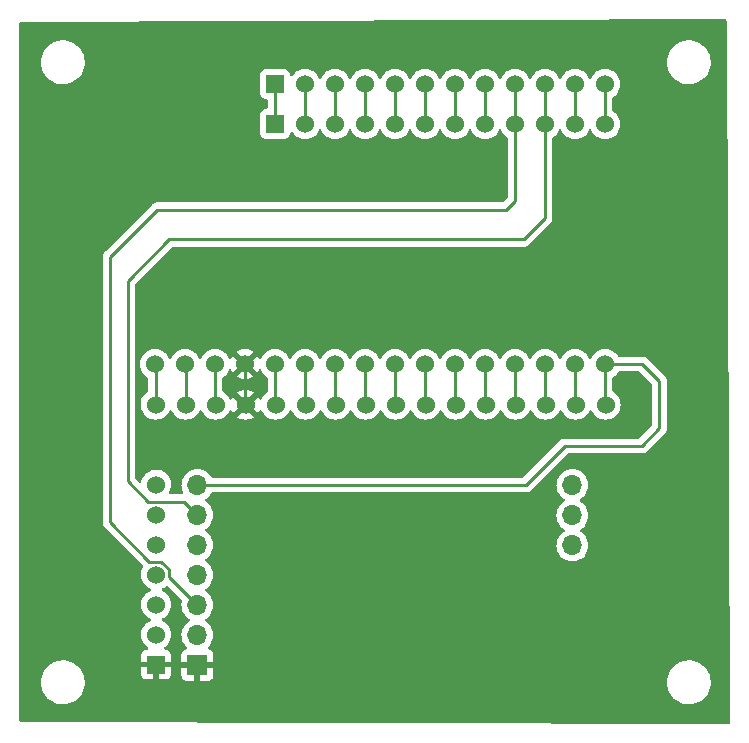
<source format=gbr>
%TF.GenerationSoftware,KiCad,Pcbnew,(7.0.0)*%
%TF.CreationDate,2023-02-28T10:19:26+09:00*%
%TF.ProjectId,feather-m4_e220_dbg_board,66656174-6865-4722-9d6d-345f65323230,0.1.1*%
%TF.SameCoordinates,Original*%
%TF.FileFunction,Copper,L2,Bot*%
%TF.FilePolarity,Positive*%
%FSLAX46Y46*%
G04 Gerber Fmt 4.6, Leading zero omitted, Abs format (unit mm)*
G04 Created by KiCad (PCBNEW (7.0.0)) date 2023-02-28 10:19:26*
%MOMM*%
%LPD*%
G01*
G04 APERTURE LIST*
%TA.AperFunction,ComponentPad*%
%ADD10R,1.530000X1.530000*%
%TD*%
%TA.AperFunction,ComponentPad*%
%ADD11C,1.530000*%
%TD*%
%TA.AperFunction,ComponentPad*%
%ADD12O,1.700000X1.700000*%
%TD*%
%TA.AperFunction,ComponentPad*%
%ADD13R,1.700000X1.700000*%
%TD*%
%TA.AperFunction,ViaPad*%
%ADD14C,0.800000*%
%TD*%
%TA.AperFunction,Conductor*%
%ADD15C,0.250000*%
%TD*%
G04 APERTURE END LIST*
D10*
%TO.P,REF\u002A\u002A,1*%
%TO.N,unconnected-(U1-VBAT-PadP2_1)*%
X140959999Y-75349999D03*
D11*
%TO.P,REF\u002A\u002A,2*%
%TO.N,unconnected-(U1-EN-PadP2_2)*%
X143500000Y-75350000D03*
%TO.P,REF\u002A\u002A,3*%
%TO.N,unconnected-(U1-VBUS-PadP2_3)*%
X146040000Y-75350000D03*
%TO.P,REF\u002A\u002A,4*%
%TO.N,unconnected-(U1-D13-PadP2_4)*%
X148580000Y-75350000D03*
%TO.P,REF\u002A\u002A,5*%
%TO.N,unconnected-(U1-D12-PadP2_5)*%
X151120000Y-75350000D03*
%TO.P,REF\u002A\u002A,6*%
%TO.N,unconnected-(U1-D11-PadP2_6)*%
X153660000Y-75350000D03*
%TO.P,REF\u002A\u002A,7*%
%TO.N,unconnected-(U1-D10-PadP2_7)*%
X156200000Y-75350000D03*
%TO.P,REF\u002A\u002A,8*%
%TO.N,unconnected-(U1-D9-PadP2_8)*%
X158740000Y-75350000D03*
%TO.P,REF\u002A\u002A,9*%
%TO.N,Net-(U1-D6)*%
X161280000Y-75350000D03*
%TO.P,REF\u002A\u002A,10*%
%TO.N,Net-(U1-D5)*%
X163820000Y-75350000D03*
%TO.P,REF\u002A\u002A,11*%
%TO.N,unconnected-(U1-SCL-PadP2_11)*%
X166360000Y-75350000D03*
%TO.P,REF\u002A\u002A,12*%
%TO.N,unconnected-(U1-SDA-PadP2_12)*%
X168900000Y-75350000D03*
%TD*%
%TO.P,FEATHER-M4\u002A,P1_1,D4*%
%TO.N,Net-(U1-D4)*%
X168900000Y-99060000D03*
%TO.P,FEATHER-M4\u002A,P1_2,D1*%
%TO.N,Net-(U1-D1)*%
X166360000Y-99060000D03*
%TO.P,FEATHER-M4\u002A,P1_3,D0*%
%TO.N,Net-(U1-D0)*%
X163820000Y-99060000D03*
%TO.P,FEATHER-M4\u002A,P1_4,MISO*%
%TO.N,unconnected-(U1-MISO-PadP1_4)*%
X161280000Y-99060000D03*
%TO.P,FEATHER-M4\u002A,P1_5,MOSI*%
%TO.N,unconnected-(U1-MOSI-PadP1_5)*%
X158740000Y-99060000D03*
%TO.P,FEATHER-M4\u002A,P1_6,SCK*%
%TO.N,unconnected-(U1-SCK-PadP1_6)*%
X156200000Y-99060000D03*
%TO.P,FEATHER-M4\u002A,P1_7,A5*%
%TO.N,unconnected-(U1-A5-PadP1_7)*%
X153660000Y-99060000D03*
%TO.P,FEATHER-M4\u002A,P1_8,A4*%
%TO.N,unconnected-(U1-A4-PadP1_8)*%
X151120000Y-99060000D03*
%TO.P,FEATHER-M4\u002A,P1_9,A3*%
%TO.N,unconnected-(U1-A3-PadP1_9)*%
X148580000Y-99060000D03*
%TO.P,FEATHER-M4\u002A,P1_10,A2*%
%TO.N,unconnected-(U1-A2-PadP1_10)*%
X146040000Y-99060000D03*
%TO.P,FEATHER-M4\u002A,P1_11,A1*%
%TO.N,unconnected-(U1-A1-PadP1_11)*%
X143500000Y-99060000D03*
%TO.P,FEATHER-M4\u002A,P1_12,A0*%
%TO.N,unconnected-(U1-A0-PadP1_12)*%
X140960000Y-99060000D03*
%TO.P,FEATHER-M4\u002A,P1_13,GND*%
%TO.N,GND*%
X138420000Y-99060000D03*
%TO.P,FEATHER-M4\u002A,P1_14,AREF*%
%TO.N,unconnected-(U1-AREF-PadP1_14)*%
X135880000Y-99060000D03*
%TO.P,FEATHER-M4\u002A,P1_15,3V3*%
%TO.N,Net-(U1-3V3)*%
X133340000Y-99060000D03*
%TO.P,FEATHER-M4\u002A,P1_16,~{RESET}*%
%TO.N,unconnected-(U1-~{RESET}-PadP1_16)*%
X130800000Y-99060000D03*
D10*
%TO.P,FEATHER-M4\u002A,P2_1,VBAT*%
%TO.N,unconnected-(U1-VBAT-PadP2_1)*%
X140959999Y-78739999D03*
D11*
%TO.P,FEATHER-M4\u002A,P2_2,EN*%
%TO.N,unconnected-(U1-EN-PadP2_2)*%
X143500000Y-78740000D03*
%TO.P,FEATHER-M4\u002A,P2_3,VBUS*%
%TO.N,unconnected-(U1-VBUS-PadP2_3)*%
X146040000Y-78740000D03*
%TO.P,FEATHER-M4\u002A,P2_4,D13*%
%TO.N,unconnected-(U1-D13-PadP2_4)*%
X148580000Y-78740000D03*
%TO.P,FEATHER-M4\u002A,P2_5,D12*%
%TO.N,unconnected-(U1-D12-PadP2_5)*%
X151120000Y-78740000D03*
%TO.P,FEATHER-M4\u002A,P2_6,D11*%
%TO.N,unconnected-(U1-D11-PadP2_6)*%
X153660000Y-78740000D03*
%TO.P,FEATHER-M4\u002A,P2_7,D10*%
%TO.N,unconnected-(U1-D10-PadP2_7)*%
X156200000Y-78740000D03*
%TO.P,FEATHER-M4\u002A,P2_8,D9*%
%TO.N,unconnected-(U1-D9-PadP2_8)*%
X158740000Y-78740000D03*
%TO.P,FEATHER-M4\u002A,P2_9,D6*%
%TO.N,Net-(U1-D6)*%
X161280000Y-78740000D03*
%TO.P,FEATHER-M4\u002A,P2_10,D5*%
%TO.N,Net-(U1-D5)*%
X163820000Y-78740000D03*
%TO.P,FEATHER-M4\u002A,P2_11,SCL*%
%TO.N,unconnected-(U1-SCL-PadP2_11)*%
X166360000Y-78740000D03*
%TO.P,FEATHER-M4\u002A,P2_12,SDA*%
%TO.N,unconnected-(U1-SDA-PadP2_12)*%
X168900000Y-78740000D03*
%TD*%
%TO.P,REF\u002A\u002A,1*%
%TO.N,Net-(U1-D4)*%
X168940000Y-102500000D03*
%TO.P,REF\u002A\u002A,2*%
%TO.N,Net-(U1-D1)*%
X166400000Y-102500000D03*
%TO.P,REF\u002A\u002A,3*%
%TO.N,Net-(U1-D0)*%
X163860000Y-102500000D03*
%TO.P,REF\u002A\u002A,4*%
%TO.N,unconnected-(U1-MISO-PadP1_4)*%
X161320000Y-102500000D03*
%TO.P,REF\u002A\u002A,5*%
%TO.N,unconnected-(U1-MOSI-PadP1_5)*%
X158780000Y-102500000D03*
%TO.P,REF\u002A\u002A,6*%
%TO.N,unconnected-(U1-SCK-PadP1_6)*%
X156240000Y-102500000D03*
%TO.P,REF\u002A\u002A,7*%
%TO.N,unconnected-(U1-A5-PadP1_7)*%
X153700000Y-102500000D03*
%TO.P,REF\u002A\u002A,8*%
%TO.N,unconnected-(U1-A4-PadP1_8)*%
X151160000Y-102500000D03*
%TO.P,REF\u002A\u002A,9*%
%TO.N,unconnected-(U1-A3-PadP1_9)*%
X148620000Y-102500000D03*
%TO.P,REF\u002A\u002A,10*%
%TO.N,unconnected-(U1-A2-PadP1_10)*%
X146080000Y-102500000D03*
%TO.P,REF\u002A\u002A,11*%
%TO.N,unconnected-(U1-A1-PadP1_11)*%
X143540000Y-102500000D03*
%TO.P,REF\u002A\u002A,12*%
%TO.N,unconnected-(U1-A0-PadP1_12)*%
X141000000Y-102500000D03*
%TO.P,REF\u002A\u002A,13*%
%TO.N,GND*%
X138460000Y-102500000D03*
%TO.P,REF\u002A\u002A,14*%
%TO.N,unconnected-(U1-AREF-PadP1_14)*%
X135920000Y-102500000D03*
%TO.P,REF\u002A\u002A,15*%
%TO.N,Net-(U1-3V3)*%
X133380000Y-102500000D03*
%TO.P,REF\u002A\u002A,16*%
%TO.N,unconnected-(U1-~{RESET}-PadP1_16)*%
X130840000Y-102500000D03*
%TD*%
D12*
%TO.P,E220,1,M0*%
%TO.N,Net-(U1-D4)*%
X134389999Y-109299999D03*
%TO.P,E220,2,M1*%
%TO.N,Net-(U1-D5)*%
X134389999Y-111839999D03*
%TO.P,E220,3,RXD*%
%TO.N,Net-(U1-D1)*%
X134389999Y-114379999D03*
%TO.P,E220,4,TXD*%
%TO.N,Net-(U1-D0)*%
X134389999Y-116919999D03*
%TO.P,E220,5,AUX*%
%TO.N,Net-(U1-D6)*%
X134389999Y-119459999D03*
%TO.P,E220,6,VCC*%
%TO.N,Net-(U1-3V3)*%
X134389999Y-121999999D03*
D13*
%TO.P,E220,7,GND*%
%TO.N,GND*%
X134389999Y-124539999D03*
D12*
%TO.P,E220,8*%
%TO.N,N/C*%
X166139999Y-109299999D03*
%TO.P,E220,9*%
X166139999Y-111869999D03*
%TO.P,E220,10*%
X166139999Y-114409999D03*
%TD*%
D11*
%TO.P,REF\u002A\u002A,1*%
%TO.N,Net-(U1-D4)*%
X130890000Y-109260000D03*
%TO.P,REF\u002A\u002A,2*%
%TO.N,Net-(U1-D5)*%
X130890000Y-111800000D03*
%TO.P,REF\u002A\u002A,3*%
%TO.N,Net-(U1-D1)*%
X130890000Y-114340000D03*
%TO.P,REF\u002A\u002A,4*%
%TO.N,Net-(U1-D0)*%
X130890000Y-116880000D03*
%TO.P,REF\u002A\u002A,5*%
%TO.N,Net-(U1-D6)*%
X130890000Y-119420000D03*
%TO.P,REF\u002A\u002A,6*%
%TO.N,Net-(U1-3V3)*%
X130890000Y-121960000D03*
D10*
%TO.P,REF\u002A\u002A,7*%
%TO.N,GND*%
X130889999Y-124499999D03*
%TD*%
D14*
%TO.N,GND*%
X137860000Y-126260000D03*
X155380000Y-84550000D03*
X154400000Y-105300000D03*
X169500000Y-113000000D03*
X143700000Y-105300000D03*
X150480000Y-80690000D03*
X133780000Y-96870000D03*
X145510000Y-126260000D03*
X150630000Y-93900000D03*
X148620000Y-122840000D03*
X161700000Y-116000000D03*
X134600000Y-84100000D03*
X169400000Y-109500000D03*
X155010000Y-90480000D03*
X144910000Y-84250000D03*
X147400000Y-111600000D03*
X133860000Y-90480000D03*
X139900000Y-111600000D03*
X164200000Y-119600000D03*
X152260000Y-126260000D03*
X145140000Y-90260000D03*
X145510000Y-119500000D03*
X155450000Y-96940000D03*
X130000000Y-80540000D03*
X165100000Y-93820000D03*
X158500000Y-126100000D03*
X167850000Y-81950000D03*
X167700000Y-90480000D03*
X155400000Y-123000000D03*
X161760000Y-96940000D03*
X161690000Y-90560000D03*
X137860000Y-119500000D03*
X134100000Y-105300000D03*
X138980000Y-80390000D03*
X145140000Y-96870000D03*
X152260000Y-119500000D03*
X158640000Y-93900000D03*
X167850000Y-85880000D03*
X158400000Y-119600000D03*
X164500000Y-126200000D03*
X161800000Y-112600000D03*
X161400000Y-123200000D03*
X141650000Y-122840000D03*
X170520000Y-93820000D03*
X139570000Y-93600000D03*
%TD*%
D15*
%TO.N,Net-(U1-D4)*%
X134390000Y-109300000D02*
X162180000Y-109300000D01*
X173500000Y-100500000D02*
X172060000Y-99060000D01*
X162180000Y-109300000D02*
X165480000Y-106000000D01*
X172000000Y-106000000D02*
X173500000Y-104500000D01*
X172060000Y-99060000D02*
X168900000Y-99060000D01*
X165480000Y-106000000D02*
X172000000Y-106000000D01*
X173500000Y-104500000D02*
X173500000Y-100500000D01*
X168900000Y-99060000D02*
X168900000Y-102460000D01*
X168900000Y-102460000D02*
X168940000Y-102500000D01*
%TO.N,Net-(U1-D1)*%
X166360000Y-99060000D02*
X166360000Y-102460000D01*
X166360000Y-102460000D02*
X166400000Y-102500000D01*
%TO.N,Net-(U1-D0)*%
X163820000Y-102460000D02*
X163860000Y-102500000D01*
X163820000Y-99060000D02*
X163820000Y-102460000D01*
%TO.N,unconnected-(U1-MISO-PadP1_4)*%
X161280000Y-99060000D02*
X161280000Y-102460000D01*
X161280000Y-102460000D02*
X161320000Y-102500000D01*
%TO.N,unconnected-(U1-MOSI-PadP1_5)*%
X158740000Y-102460000D02*
X158780000Y-102500000D01*
X158740000Y-99060000D02*
X158740000Y-102460000D01*
%TO.N,unconnected-(U1-SCK-PadP1_6)*%
X156200000Y-102460000D02*
X156240000Y-102500000D01*
X156200000Y-99060000D02*
X156200000Y-102460000D01*
%TO.N,unconnected-(U1-A5-PadP1_7)*%
X153660000Y-102460000D02*
X153700000Y-102500000D01*
X153660000Y-99060000D02*
X153660000Y-102460000D01*
%TO.N,unconnected-(U1-A4-PadP1_8)*%
X151120000Y-99060000D02*
X151120000Y-102460000D01*
X151120000Y-102460000D02*
X151160000Y-102500000D01*
%TO.N,unconnected-(U1-A3-PadP1_9)*%
X148580000Y-99060000D02*
X148580000Y-102460000D01*
X148580000Y-102460000D02*
X148620000Y-102500000D01*
%TO.N,unconnected-(U1-A2-PadP1_10)*%
X146040000Y-102460000D02*
X146080000Y-102500000D01*
X146040000Y-99060000D02*
X146040000Y-102460000D01*
%TO.N,unconnected-(U1-A1-PadP1_11)*%
X143500000Y-99060000D02*
X143500000Y-102460000D01*
X143500000Y-102460000D02*
X143540000Y-102500000D01*
%TO.N,unconnected-(U1-A0-PadP1_12)*%
X140960000Y-99060000D02*
X140960000Y-102460000D01*
X140960000Y-102460000D02*
X141000000Y-102500000D01*
%TO.N,GND*%
X138420000Y-99060000D02*
X138420000Y-102460000D01*
X138420000Y-102460000D02*
X138460000Y-102500000D01*
%TO.N,unconnected-(U1-AREF-PadP1_14)*%
X135880000Y-99060000D02*
X135880000Y-102460000D01*
X135880000Y-102460000D02*
X135920000Y-102500000D01*
%TO.N,Net-(U1-3V3)*%
X133380000Y-102500000D02*
X133380000Y-99100000D01*
X133380000Y-99100000D02*
X133340000Y-99060000D01*
%TO.N,unconnected-(U1-~{RESET}-PadP1_16)*%
X130840000Y-102500000D02*
X130840000Y-99100000D01*
X130840000Y-99100000D02*
X130800000Y-99060000D01*
%TO.N,unconnected-(U1-VBAT-PadP2_1)*%
X140960000Y-75350000D02*
X140960000Y-78740000D01*
%TO.N,unconnected-(U1-EN-PadP2_2)*%
X143500000Y-75350000D02*
X143500000Y-78740000D01*
%TO.N,unconnected-(U1-VBUS-PadP2_3)*%
X146040000Y-75350000D02*
X146040000Y-78740000D01*
%TO.N,unconnected-(U1-D13-PadP2_4)*%
X148580000Y-75350000D02*
X148580000Y-78740000D01*
%TO.N,unconnected-(U1-D12-PadP2_5)*%
X151120000Y-75350000D02*
X151120000Y-78740000D01*
%TO.N,unconnected-(U1-D11-PadP2_6)*%
X153660000Y-75350000D02*
X153660000Y-78740000D01*
%TO.N,unconnected-(U1-D10-PadP2_7)*%
X156200000Y-75350000D02*
X156200000Y-78740000D01*
%TO.N,unconnected-(U1-D9-PadP2_8)*%
X158740000Y-75350000D02*
X158740000Y-78740000D01*
%TO.N,Net-(U1-D6)*%
X130330000Y-115790000D02*
X127000000Y-112460000D01*
X127000000Y-90000000D02*
X131000000Y-86000000D01*
X160500000Y-86000000D02*
X161280000Y-85220000D01*
X131341493Y-115790000D02*
X130330000Y-115790000D01*
X161280000Y-85220000D02*
X161280000Y-78740000D01*
X131980000Y-117050000D02*
X131980000Y-116428507D01*
X131980000Y-116428507D02*
X131341493Y-115790000D01*
X127000000Y-112460000D02*
X127000000Y-90000000D01*
X134390000Y-119460000D02*
X131980000Y-117050000D01*
X161280000Y-75350000D02*
X161280000Y-78740000D01*
X131000000Y-86000000D02*
X160500000Y-86000000D01*
%TO.N,Net-(U1-D5)*%
X133260000Y-110710000D02*
X130210000Y-110710000D01*
X163820000Y-86680000D02*
X163820000Y-78740000D01*
X128500000Y-109000000D02*
X128500000Y-92000000D01*
X130210000Y-110710000D02*
X128500000Y-109000000D01*
X134390000Y-111840000D02*
X133260000Y-110710000D01*
X132000000Y-88500000D02*
X162000000Y-88500000D01*
X162000000Y-88500000D02*
X163820000Y-86680000D01*
X163820000Y-75350000D02*
X163820000Y-78740000D01*
X128500000Y-92000000D02*
X132000000Y-88500000D01*
%TO.N,unconnected-(U1-SCL-PadP2_11)*%
X166360000Y-75350000D02*
X166360000Y-78740000D01*
%TO.N,unconnected-(U1-SDA-PadP2_12)*%
X168900000Y-75350000D02*
X168900000Y-78740000D01*
%TD*%
%TA.AperFunction,Conductor*%
%TO.N,GND*%
G36*
X179127980Y-69876849D02*
G01*
X179173526Y-69922000D01*
X179190422Y-69983867D01*
X179489371Y-129395064D01*
X179472916Y-129457417D01*
X179427375Y-129503074D01*
X179365064Y-129519688D01*
X119433691Y-129370308D01*
X119371822Y-129353592D01*
X119326561Y-129308219D01*
X119310000Y-129246308D01*
X119310000Y-126067765D01*
X121145788Y-126067765D01*
X121146282Y-126072262D01*
X121146283Y-126072267D01*
X121174917Y-126332506D01*
X121174918Y-126332513D01*
X121175414Y-126337018D01*
X121176559Y-126341398D01*
X121176561Y-126341408D01*
X121208830Y-126464838D01*
X121243928Y-126599088D01*
X121245693Y-126603242D01*
X121245696Y-126603250D01*
X121348099Y-126844223D01*
X121349870Y-126848390D01*
X121352226Y-126852251D01*
X121352229Y-126852256D01*
X121488618Y-127075737D01*
X121490982Y-127079610D01*
X121664255Y-127287820D01*
X121667630Y-127290844D01*
X121667631Y-127290845D01*
X121772330Y-127384656D01*
X121865998Y-127468582D01*
X122091910Y-127618044D01*
X122337176Y-127733020D01*
X122596569Y-127811060D01*
X122864561Y-127850500D01*
X123065369Y-127850500D01*
X123067631Y-127850500D01*
X123270156Y-127835677D01*
X123534553Y-127776780D01*
X123787558Y-127680014D01*
X124023777Y-127547441D01*
X124238177Y-127381888D01*
X124426186Y-127186881D01*
X124583799Y-126966579D01*
X124707656Y-126725675D01*
X124795118Y-126469305D01*
X124844319Y-126202933D01*
X124849259Y-126067765D01*
X174145788Y-126067765D01*
X174146282Y-126072262D01*
X174146283Y-126072267D01*
X174174917Y-126332506D01*
X174174918Y-126332513D01*
X174175414Y-126337018D01*
X174176559Y-126341398D01*
X174176561Y-126341408D01*
X174208830Y-126464838D01*
X174243928Y-126599088D01*
X174245693Y-126603242D01*
X174245696Y-126603250D01*
X174348099Y-126844223D01*
X174349870Y-126848390D01*
X174352226Y-126852251D01*
X174352229Y-126852256D01*
X174488618Y-127075737D01*
X174490982Y-127079610D01*
X174664255Y-127287820D01*
X174667630Y-127290844D01*
X174667631Y-127290845D01*
X174772330Y-127384656D01*
X174865998Y-127468582D01*
X175091910Y-127618044D01*
X175337176Y-127733020D01*
X175596569Y-127811060D01*
X175864561Y-127850500D01*
X176065369Y-127850500D01*
X176067631Y-127850500D01*
X176270156Y-127835677D01*
X176534553Y-127776780D01*
X176787558Y-127680014D01*
X177023777Y-127547441D01*
X177238177Y-127381888D01*
X177426186Y-127186881D01*
X177583799Y-126966579D01*
X177707656Y-126725675D01*
X177795118Y-126469305D01*
X177844319Y-126202933D01*
X177854212Y-125932235D01*
X177824586Y-125662982D01*
X177756072Y-125400912D01*
X177650130Y-125151610D01*
X177509018Y-124920390D01*
X177335745Y-124712180D01*
X177230759Y-124618112D01*
X177137382Y-124534446D01*
X177137378Y-124534442D01*
X177134002Y-124531418D01*
X176908090Y-124381956D01*
X176903996Y-124380036D01*
X176903991Y-124380034D01*
X176666929Y-124268904D01*
X176666925Y-124268902D01*
X176662824Y-124266980D01*
X176658477Y-124265672D01*
X176658474Y-124265671D01*
X176407772Y-124190246D01*
X176407771Y-124190245D01*
X176403431Y-124188940D01*
X176398957Y-124188281D01*
X176398950Y-124188280D01*
X176139913Y-124150158D01*
X176139907Y-124150157D01*
X176135439Y-124149500D01*
X175932369Y-124149500D01*
X175930120Y-124149664D01*
X175930109Y-124149665D01*
X175734363Y-124163992D01*
X175734359Y-124163992D01*
X175729844Y-124164323D01*
X175725426Y-124165307D01*
X175725420Y-124165308D01*
X175469877Y-124222232D01*
X175469861Y-124222236D01*
X175465447Y-124223220D01*
X175461216Y-124224838D01*
X175461210Y-124224840D01*
X175216673Y-124318367D01*
X175216663Y-124318371D01*
X175212442Y-124319986D01*
X175208494Y-124322201D01*
X175208489Y-124322204D01*
X174980176Y-124450340D01*
X174980171Y-124450343D01*
X174976223Y-124452559D01*
X174972639Y-124455325D01*
X174972635Y-124455329D01*
X174765407Y-124615343D01*
X174765394Y-124615354D01*
X174761823Y-124618112D01*
X174758685Y-124621366D01*
X174758678Y-124621373D01*
X174576958Y-124809857D01*
X174576952Y-124809864D01*
X174573814Y-124813119D01*
X174571189Y-124816787D01*
X174571179Y-124816800D01*
X174418834Y-125029740D01*
X174418830Y-125029745D01*
X174416201Y-125033421D01*
X174414132Y-125037444D01*
X174414129Y-125037450D01*
X174294416Y-125270293D01*
X174294411Y-125270304D01*
X174292344Y-125274325D01*
X174290884Y-125278602D01*
X174290879Y-125278616D01*
X174206348Y-125526395D01*
X174206344Y-125526407D01*
X174204882Y-125530695D01*
X174204057Y-125535159D01*
X174204057Y-125535161D01*
X174156504Y-125792606D01*
X174156502Y-125792619D01*
X174155681Y-125797067D01*
X174155515Y-125801593D01*
X174155515Y-125801599D01*
X174150576Y-125936762D01*
X174145788Y-126067765D01*
X124849259Y-126067765D01*
X124854212Y-125932235D01*
X124824586Y-125662982D01*
X124756072Y-125400912D01*
X124717234Y-125309518D01*
X129625000Y-125309518D01*
X129625353Y-125316114D01*
X129630573Y-125364667D01*
X129634111Y-125379641D01*
X129678547Y-125498777D01*
X129686962Y-125514189D01*
X129762498Y-125615092D01*
X129774907Y-125627501D01*
X129875810Y-125703037D01*
X129891222Y-125711452D01*
X130010358Y-125755888D01*
X130025332Y-125759426D01*
X130073885Y-125764646D01*
X130080482Y-125765000D01*
X130623674Y-125765000D01*
X130636549Y-125761549D01*
X130640000Y-125748674D01*
X131140000Y-125748674D01*
X131143450Y-125761549D01*
X131156326Y-125765000D01*
X131699518Y-125765000D01*
X131706114Y-125764646D01*
X131754667Y-125759426D01*
X131769641Y-125755888D01*
X131888777Y-125711452D01*
X131904189Y-125703037D01*
X132005092Y-125627501D01*
X132017501Y-125615092D01*
X132093037Y-125514189D01*
X132101452Y-125498777D01*
X132125420Y-125434518D01*
X133040000Y-125434518D01*
X133040353Y-125441114D01*
X133045573Y-125489667D01*
X133049111Y-125504641D01*
X133093547Y-125623777D01*
X133101962Y-125639189D01*
X133177498Y-125740092D01*
X133189907Y-125752501D01*
X133290810Y-125828037D01*
X133306222Y-125836452D01*
X133425358Y-125880888D01*
X133440332Y-125884426D01*
X133488885Y-125889646D01*
X133495482Y-125890000D01*
X134123674Y-125890000D01*
X134136549Y-125886549D01*
X134140000Y-125873674D01*
X134640000Y-125873674D01*
X134643450Y-125886549D01*
X134656326Y-125890000D01*
X135284518Y-125890000D01*
X135291114Y-125889646D01*
X135339667Y-125884426D01*
X135354641Y-125880888D01*
X135473777Y-125836452D01*
X135489189Y-125828037D01*
X135590092Y-125752501D01*
X135602501Y-125740092D01*
X135678037Y-125639189D01*
X135686452Y-125623777D01*
X135730888Y-125504641D01*
X135734426Y-125489667D01*
X135739646Y-125441114D01*
X135740000Y-125434518D01*
X135740000Y-124806326D01*
X135736549Y-124793450D01*
X135723674Y-124790000D01*
X134656326Y-124790000D01*
X134643450Y-124793450D01*
X134640000Y-124806326D01*
X134640000Y-125873674D01*
X134140000Y-125873674D01*
X134140000Y-124806326D01*
X134136549Y-124793450D01*
X134123674Y-124790000D01*
X133056326Y-124790000D01*
X133043450Y-124793450D01*
X133040000Y-124806326D01*
X133040000Y-125434518D01*
X132125420Y-125434518D01*
X132145888Y-125379641D01*
X132149426Y-125364667D01*
X132154646Y-125316114D01*
X132155000Y-125309518D01*
X132155000Y-124766326D01*
X132151549Y-124753450D01*
X132138674Y-124750000D01*
X131156326Y-124750000D01*
X131143450Y-124753450D01*
X131140000Y-124766326D01*
X131140000Y-125748674D01*
X130640000Y-125748674D01*
X130640000Y-124766326D01*
X130636549Y-124753450D01*
X130623674Y-124750000D01*
X129641326Y-124750000D01*
X129628450Y-124753450D01*
X129625000Y-124766326D01*
X129625000Y-125309518D01*
X124717234Y-125309518D01*
X124650130Y-125151610D01*
X124509018Y-124920390D01*
X124335745Y-124712180D01*
X124230759Y-124618112D01*
X124137382Y-124534446D01*
X124137378Y-124534442D01*
X124134002Y-124531418D01*
X123908090Y-124381956D01*
X123903996Y-124380036D01*
X123903991Y-124380034D01*
X123666929Y-124268904D01*
X123666925Y-124268902D01*
X123662824Y-124266980D01*
X123658477Y-124265672D01*
X123658474Y-124265671D01*
X123407772Y-124190246D01*
X123407771Y-124190245D01*
X123403431Y-124188940D01*
X123398957Y-124188281D01*
X123398950Y-124188280D01*
X123139913Y-124150158D01*
X123139907Y-124150157D01*
X123135439Y-124149500D01*
X122932369Y-124149500D01*
X122930120Y-124149664D01*
X122930109Y-124149665D01*
X122734363Y-124163992D01*
X122734359Y-124163992D01*
X122729844Y-124164323D01*
X122725426Y-124165307D01*
X122725420Y-124165308D01*
X122469877Y-124222232D01*
X122469861Y-124222236D01*
X122465447Y-124223220D01*
X122461216Y-124224838D01*
X122461210Y-124224840D01*
X122216673Y-124318367D01*
X122216663Y-124318371D01*
X122212442Y-124319986D01*
X122208494Y-124322201D01*
X122208489Y-124322204D01*
X121980176Y-124450340D01*
X121980171Y-124450343D01*
X121976223Y-124452559D01*
X121972639Y-124455325D01*
X121972635Y-124455329D01*
X121765407Y-124615343D01*
X121765394Y-124615354D01*
X121761823Y-124618112D01*
X121758685Y-124621366D01*
X121758678Y-124621373D01*
X121576958Y-124809857D01*
X121576952Y-124809864D01*
X121573814Y-124813119D01*
X121571189Y-124816787D01*
X121571179Y-124816800D01*
X121418834Y-125029740D01*
X121418830Y-125029745D01*
X121416201Y-125033421D01*
X121414132Y-125037444D01*
X121414129Y-125037450D01*
X121294416Y-125270293D01*
X121294411Y-125270304D01*
X121292344Y-125274325D01*
X121290884Y-125278602D01*
X121290879Y-125278616D01*
X121206348Y-125526395D01*
X121206344Y-125526407D01*
X121204882Y-125530695D01*
X121204057Y-125535159D01*
X121204057Y-125535161D01*
X121156504Y-125792606D01*
X121156502Y-125792619D01*
X121155681Y-125797067D01*
X121155515Y-125801593D01*
X121155515Y-125801599D01*
X121150576Y-125936762D01*
X121145788Y-126067765D01*
X119310000Y-126067765D01*
X119310000Y-89980196D01*
X126369840Y-89980196D01*
X126370574Y-89987961D01*
X126370574Y-89987964D01*
X126373950Y-90023676D01*
X126374500Y-90035345D01*
X126374500Y-112382225D01*
X126373978Y-112393280D01*
X126372327Y-112400667D01*
X126372571Y-112408453D01*
X126372571Y-112408461D01*
X126374439Y-112467873D01*
X126374500Y-112471768D01*
X126374500Y-112499350D01*
X126374988Y-112503219D01*
X126374989Y-112503225D01*
X126375004Y-112503343D01*
X126375918Y-112514966D01*
X126377045Y-112550830D01*
X126377046Y-112550837D01*
X126377291Y-112558627D01*
X126379467Y-112566119D01*
X126379468Y-112566121D01*
X126382879Y-112577862D01*
X126386825Y-112596915D01*
X126389336Y-112616792D01*
X126392206Y-112624042D01*
X126392208Y-112624048D01*
X126405414Y-112657404D01*
X126409197Y-112668451D01*
X126421382Y-112710390D01*
X126425353Y-112717105D01*
X126425354Y-112717107D01*
X126431581Y-112727637D01*
X126440136Y-112745099D01*
X126444642Y-112756480D01*
X126444643Y-112756483D01*
X126447514Y-112763732D01*
X126469440Y-112793912D01*
X126473181Y-112799060D01*
X126479593Y-112808822D01*
X126497856Y-112839702D01*
X126497859Y-112839707D01*
X126501830Y-112846420D01*
X126507345Y-112851935D01*
X126515990Y-112860580D01*
X126528626Y-112875374D01*
X126535819Y-112885275D01*
X126535823Y-112885279D01*
X126540406Y-112891587D01*
X126546415Y-112896558D01*
X126546416Y-112896559D01*
X126574058Y-112919426D01*
X126582699Y-112927289D01*
X129763566Y-116108157D01*
X129791124Y-116150056D01*
X129799833Y-116199444D01*
X129788268Y-116248242D01*
X129707873Y-116420651D01*
X129696277Y-116445520D01*
X129694880Y-116450730D01*
X129694877Y-116450741D01*
X129640366Y-116654176D01*
X129640363Y-116654189D01*
X129638965Y-116659409D01*
X129638493Y-116664798D01*
X129638492Y-116664807D01*
X129627802Y-116787000D01*
X129619666Y-116880000D01*
X129620138Y-116885395D01*
X129638492Y-117095192D01*
X129638493Y-117095199D01*
X129638965Y-117100591D01*
X129640364Y-117105812D01*
X129640366Y-117105823D01*
X129694877Y-117309258D01*
X129694879Y-117309265D01*
X129696277Y-117314480D01*
X129789858Y-117515167D01*
X129792965Y-117519604D01*
X129913762Y-117692120D01*
X129913765Y-117692124D01*
X129916868Y-117696555D01*
X130073445Y-117853132D01*
X130254833Y-117980142D01*
X130378092Y-118037618D01*
X130430268Y-118083375D01*
X130449687Y-118150000D01*
X130430268Y-118216625D01*
X130378092Y-118262382D01*
X130259743Y-118317568D01*
X130259738Y-118317570D01*
X130254833Y-118319858D01*
X130250399Y-118322962D01*
X130250395Y-118322965D01*
X130077879Y-118443762D01*
X130077869Y-118443769D01*
X130073445Y-118446868D01*
X130069619Y-118450693D01*
X130069613Y-118450699D01*
X129920699Y-118599613D01*
X129920693Y-118599619D01*
X129916868Y-118603445D01*
X129913769Y-118607869D01*
X129913762Y-118607879D01*
X129792965Y-118780395D01*
X129792962Y-118780399D01*
X129789858Y-118784833D01*
X129787569Y-118789741D01*
X129787566Y-118789747D01*
X129698563Y-118980616D01*
X129698560Y-118980623D01*
X129696277Y-118985520D01*
X129694880Y-118990730D01*
X129694877Y-118990741D01*
X129640366Y-119194176D01*
X129640363Y-119194189D01*
X129638965Y-119199409D01*
X129638493Y-119204798D01*
X129638492Y-119204807D01*
X129636290Y-119229982D01*
X129619666Y-119420000D01*
X129620138Y-119425395D01*
X129638492Y-119635192D01*
X129638493Y-119635199D01*
X129638965Y-119640591D01*
X129640364Y-119645812D01*
X129640366Y-119645823D01*
X129694877Y-119849258D01*
X129694879Y-119849265D01*
X129696277Y-119854480D01*
X129789858Y-120055167D01*
X129792965Y-120059604D01*
X129913762Y-120232120D01*
X129913765Y-120232124D01*
X129916868Y-120236555D01*
X130073445Y-120393132D01*
X130254833Y-120520142D01*
X130378092Y-120577618D01*
X130430268Y-120623375D01*
X130449687Y-120690000D01*
X130430268Y-120756625D01*
X130378092Y-120802382D01*
X130259743Y-120857568D01*
X130259738Y-120857570D01*
X130254833Y-120859858D01*
X130250399Y-120862962D01*
X130250395Y-120862965D01*
X130077879Y-120983762D01*
X130077869Y-120983769D01*
X130073445Y-120986868D01*
X130069619Y-120990693D01*
X130069613Y-120990699D01*
X129920699Y-121139613D01*
X129920693Y-121139619D01*
X129916868Y-121143445D01*
X129913769Y-121147869D01*
X129913762Y-121147879D01*
X129792965Y-121320395D01*
X129792962Y-121320399D01*
X129789858Y-121324833D01*
X129787569Y-121329741D01*
X129787566Y-121329747D01*
X129698563Y-121520616D01*
X129698560Y-121520623D01*
X129696277Y-121525520D01*
X129694880Y-121530730D01*
X129694877Y-121530741D01*
X129640366Y-121734176D01*
X129640363Y-121734189D01*
X129638965Y-121739409D01*
X129638493Y-121744798D01*
X129638492Y-121744807D01*
X129636290Y-121769982D01*
X129619666Y-121960000D01*
X129620138Y-121965395D01*
X129638492Y-122175192D01*
X129638493Y-122175199D01*
X129638965Y-122180591D01*
X129640364Y-122185812D01*
X129640366Y-122185823D01*
X129694877Y-122389258D01*
X129694879Y-122389265D01*
X129696277Y-122394480D01*
X129789858Y-122595167D01*
X129792965Y-122599604D01*
X129913762Y-122772120D01*
X129913765Y-122772124D01*
X129916868Y-122776555D01*
X130073445Y-122933132D01*
X130077877Y-122936235D01*
X130077879Y-122936237D01*
X130182402Y-123009425D01*
X130222729Y-123056642D01*
X130235108Y-123117490D01*
X130216436Y-123176710D01*
X130171394Y-123219453D01*
X130111278Y-123235000D01*
X130080482Y-123235000D01*
X130073885Y-123235353D01*
X130025332Y-123240573D01*
X130010358Y-123244111D01*
X129891222Y-123288547D01*
X129875810Y-123296962D01*
X129774907Y-123372498D01*
X129762498Y-123384907D01*
X129686962Y-123485810D01*
X129678547Y-123501222D01*
X129634111Y-123620358D01*
X129630573Y-123635332D01*
X129625353Y-123683885D01*
X129625000Y-123690482D01*
X129625000Y-124233674D01*
X129628450Y-124246549D01*
X129641326Y-124250000D01*
X132138674Y-124250000D01*
X132151549Y-124246549D01*
X132155000Y-124233674D01*
X132155000Y-123690482D01*
X132154646Y-123683885D01*
X132149426Y-123635332D01*
X132145888Y-123620358D01*
X132101452Y-123501222D01*
X132093037Y-123485810D01*
X132017501Y-123384907D01*
X132005092Y-123372498D01*
X131904189Y-123296962D01*
X131888777Y-123288547D01*
X131769641Y-123244111D01*
X131754667Y-123240573D01*
X131706114Y-123235353D01*
X131699518Y-123235000D01*
X131668722Y-123235000D01*
X131608606Y-123219453D01*
X131563564Y-123176710D01*
X131544892Y-123117490D01*
X131557271Y-123056642D01*
X131597598Y-123009425D01*
X131620037Y-122993713D01*
X131706555Y-122933132D01*
X131863132Y-122776555D01*
X131990142Y-122595167D01*
X132083723Y-122394480D01*
X132141035Y-122180591D01*
X132160334Y-121960000D01*
X132141035Y-121739409D01*
X132083723Y-121525520D01*
X131990142Y-121324833D01*
X131863132Y-121143445D01*
X131706555Y-120986868D01*
X131702124Y-120983765D01*
X131702120Y-120983762D01*
X131529604Y-120862965D01*
X131529605Y-120862965D01*
X131525167Y-120859858D01*
X131401907Y-120802381D01*
X131349732Y-120756625D01*
X131330312Y-120690000D01*
X131349732Y-120623375D01*
X131401908Y-120577618D01*
X131525167Y-120520142D01*
X131706555Y-120393132D01*
X131863132Y-120236555D01*
X131990142Y-120055167D01*
X132083723Y-119854480D01*
X132141035Y-119640591D01*
X132160334Y-119420000D01*
X132141035Y-119199409D01*
X132083723Y-118985520D01*
X131990142Y-118784833D01*
X131863132Y-118603445D01*
X131706555Y-118446868D01*
X131702124Y-118443765D01*
X131702120Y-118443762D01*
X131529604Y-118322965D01*
X131529605Y-118322965D01*
X131525167Y-118319858D01*
X131401907Y-118262381D01*
X131349732Y-118216625D01*
X131330312Y-118150000D01*
X131349732Y-118083375D01*
X131401908Y-118037618D01*
X131525167Y-117980142D01*
X131706555Y-117853132D01*
X131714860Y-117844826D01*
X131770445Y-117812728D01*
X131834637Y-117812724D01*
X131890229Y-117844819D01*
X133049762Y-119004352D01*
X133081856Y-119059939D01*
X133081856Y-119124126D01*
X133056337Y-119219365D01*
X133056335Y-119219370D01*
X133054937Y-119224592D01*
X133034341Y-119460000D01*
X133034813Y-119465395D01*
X133049668Y-119635192D01*
X133054937Y-119695408D01*
X133056336Y-119700630D01*
X133056337Y-119700634D01*
X133114694Y-119918430D01*
X133114697Y-119918438D01*
X133116097Y-119923663D01*
X133118385Y-119928570D01*
X133118386Y-119928572D01*
X133213678Y-120132927D01*
X133213681Y-120132933D01*
X133215965Y-120137830D01*
X133219064Y-120142257D01*
X133219066Y-120142259D01*
X133348399Y-120326966D01*
X133348402Y-120326970D01*
X133351505Y-120331401D01*
X133518599Y-120498495D01*
X133523032Y-120501599D01*
X133523038Y-120501604D01*
X133704158Y-120628425D01*
X133743024Y-120672743D01*
X133757035Y-120730000D01*
X133743024Y-120787257D01*
X133704159Y-120831575D01*
X133523041Y-120958395D01*
X133518599Y-120961505D01*
X133514775Y-120965328D01*
X133514769Y-120965334D01*
X133355334Y-121124769D01*
X133355328Y-121124775D01*
X133351505Y-121128599D01*
X133348402Y-121133029D01*
X133348399Y-121133034D01*
X133219073Y-121317731D01*
X133219068Y-121317738D01*
X133215965Y-121322171D01*
X133213677Y-121327077D01*
X133213675Y-121327081D01*
X133118386Y-121531427D01*
X133118383Y-121531432D01*
X133116097Y-121536337D01*
X133114698Y-121541557D01*
X133114694Y-121541569D01*
X133056337Y-121759365D01*
X133056335Y-121759371D01*
X133054937Y-121764592D01*
X133034341Y-122000000D01*
X133034813Y-122005395D01*
X133049668Y-122175192D01*
X133054937Y-122235408D01*
X133056336Y-122240630D01*
X133056337Y-122240634D01*
X133114694Y-122458430D01*
X133114697Y-122458438D01*
X133116097Y-122463663D01*
X133118385Y-122468570D01*
X133118386Y-122468572D01*
X133213678Y-122672927D01*
X133213681Y-122672933D01*
X133215965Y-122677830D01*
X133219064Y-122682257D01*
X133219066Y-122682259D01*
X133348399Y-122866966D01*
X133348402Y-122866970D01*
X133351505Y-122871401D01*
X133355336Y-122875232D01*
X133473818Y-122993714D01*
X133505114Y-123046460D01*
X133507303Y-123107753D01*
X133479850Y-123162597D01*
X133429471Y-123197576D01*
X133306226Y-123243544D01*
X133290810Y-123251962D01*
X133189907Y-123327498D01*
X133177498Y-123339907D01*
X133101962Y-123440810D01*
X133093547Y-123456222D01*
X133049111Y-123575358D01*
X133045573Y-123590332D01*
X133040353Y-123638885D01*
X133040000Y-123645482D01*
X133040000Y-124273674D01*
X133043450Y-124286549D01*
X133056326Y-124290000D01*
X135723674Y-124290000D01*
X135736549Y-124286549D01*
X135740000Y-124273674D01*
X135740000Y-123645482D01*
X135739646Y-123638885D01*
X135734426Y-123590332D01*
X135730888Y-123575358D01*
X135686452Y-123456222D01*
X135678037Y-123440810D01*
X135602501Y-123339907D01*
X135590092Y-123327498D01*
X135489189Y-123251962D01*
X135473779Y-123243548D01*
X135350528Y-123197577D01*
X135300149Y-123162597D01*
X135272696Y-123107753D01*
X135274885Y-123046460D01*
X135306178Y-122993717D01*
X135428495Y-122871401D01*
X135564035Y-122677830D01*
X135663903Y-122463663D01*
X135725063Y-122235408D01*
X135745659Y-122000000D01*
X135725063Y-121764592D01*
X135663903Y-121536337D01*
X135564035Y-121322171D01*
X135428495Y-121128599D01*
X135261401Y-120961505D01*
X135256968Y-120958401D01*
X135256961Y-120958395D01*
X135075842Y-120831575D01*
X135036976Y-120787257D01*
X135022965Y-120730000D01*
X135036976Y-120672743D01*
X135075842Y-120628425D01*
X135256961Y-120501604D01*
X135256961Y-120501603D01*
X135261401Y-120498495D01*
X135428495Y-120331401D01*
X135564035Y-120137830D01*
X135663903Y-119923663D01*
X135725063Y-119695408D01*
X135745659Y-119460000D01*
X135725063Y-119224592D01*
X135663903Y-118996337D01*
X135564035Y-118782171D01*
X135428495Y-118588599D01*
X135261401Y-118421505D01*
X135256968Y-118418401D01*
X135256961Y-118418395D01*
X135075842Y-118291575D01*
X135036976Y-118247257D01*
X135022965Y-118190000D01*
X135036976Y-118132743D01*
X135075842Y-118088425D01*
X135256961Y-117961604D01*
X135256961Y-117961603D01*
X135261401Y-117958495D01*
X135428495Y-117791401D01*
X135564035Y-117597830D01*
X135663903Y-117383663D01*
X135725063Y-117155408D01*
X135745659Y-116920000D01*
X135725063Y-116684592D01*
X135663903Y-116456337D01*
X135564035Y-116242171D01*
X135428495Y-116048599D01*
X135261401Y-115881505D01*
X135256968Y-115878401D01*
X135256961Y-115878395D01*
X135075842Y-115751575D01*
X135036976Y-115707257D01*
X135022965Y-115650000D01*
X135036976Y-115592743D01*
X135075842Y-115548425D01*
X135256961Y-115421604D01*
X135256961Y-115421603D01*
X135261401Y-115418495D01*
X135428495Y-115251401D01*
X135564035Y-115057830D01*
X135663903Y-114843663D01*
X135725063Y-114615408D01*
X135743034Y-114410000D01*
X164784341Y-114410000D01*
X164784813Y-114415395D01*
X164802769Y-114620634D01*
X164804937Y-114645408D01*
X164806336Y-114650630D01*
X164806337Y-114650634D01*
X164864694Y-114868430D01*
X164864697Y-114868438D01*
X164866097Y-114873663D01*
X164868385Y-114878570D01*
X164868386Y-114878572D01*
X164963678Y-115082927D01*
X164963681Y-115082933D01*
X164965965Y-115087830D01*
X164969064Y-115092257D01*
X164969066Y-115092259D01*
X165098399Y-115276966D01*
X165098402Y-115276970D01*
X165101505Y-115281401D01*
X165268599Y-115448495D01*
X165462170Y-115584035D01*
X165676337Y-115683903D01*
X165904592Y-115745063D01*
X166140000Y-115765659D01*
X166375408Y-115745063D01*
X166603663Y-115683903D01*
X166817830Y-115584035D01*
X167011401Y-115448495D01*
X167178495Y-115281401D01*
X167314035Y-115087830D01*
X167413903Y-114873663D01*
X167475063Y-114645408D01*
X167495659Y-114410000D01*
X167475063Y-114174592D01*
X167413903Y-113946337D01*
X167314035Y-113732171D01*
X167178495Y-113538599D01*
X167011401Y-113371505D01*
X167006968Y-113368401D01*
X167006961Y-113368395D01*
X166825842Y-113241575D01*
X166786976Y-113197257D01*
X166772965Y-113140000D01*
X166786976Y-113082743D01*
X166825842Y-113038425D01*
X167006961Y-112911604D01*
X167006961Y-112911603D01*
X167011401Y-112908495D01*
X167178495Y-112741401D01*
X167314035Y-112547830D01*
X167413903Y-112333663D01*
X167475063Y-112105408D01*
X167495659Y-111870000D01*
X167475063Y-111634592D01*
X167413903Y-111406337D01*
X167314035Y-111192171D01*
X167178495Y-110998599D01*
X167011401Y-110831505D01*
X167006970Y-110828402D01*
X167006966Y-110828399D01*
X166822263Y-110699069D01*
X166822262Y-110699068D01*
X166817830Y-110695965D01*
X166812921Y-110693676D01*
X166810692Y-110692389D01*
X166765303Y-110647001D01*
X166748689Y-110585000D01*
X166765303Y-110522999D01*
X166810692Y-110477611D01*
X166812919Y-110476324D01*
X166817830Y-110474035D01*
X167011401Y-110338495D01*
X167178495Y-110171401D01*
X167314035Y-109977830D01*
X167413903Y-109763663D01*
X167475063Y-109535408D01*
X167495659Y-109300000D01*
X167475063Y-109064592D01*
X167413903Y-108836337D01*
X167314035Y-108622171D01*
X167178495Y-108428599D01*
X167011401Y-108261505D01*
X167006970Y-108258402D01*
X167006966Y-108258399D01*
X166822259Y-108129066D01*
X166822257Y-108129064D01*
X166817830Y-108125965D01*
X166812933Y-108123681D01*
X166812927Y-108123678D01*
X166608572Y-108028386D01*
X166608570Y-108028385D01*
X166603663Y-108026097D01*
X166598438Y-108024697D01*
X166598430Y-108024694D01*
X166380634Y-107966337D01*
X166380630Y-107966336D01*
X166375408Y-107964937D01*
X166370020Y-107964465D01*
X166370017Y-107964465D01*
X166145395Y-107944813D01*
X166140000Y-107944341D01*
X166134605Y-107944813D01*
X165909982Y-107964465D01*
X165909977Y-107964465D01*
X165904592Y-107964937D01*
X165899371Y-107966335D01*
X165899365Y-107966337D01*
X165681569Y-108024694D01*
X165681557Y-108024698D01*
X165676337Y-108026097D01*
X165671432Y-108028383D01*
X165671427Y-108028386D01*
X165467081Y-108123675D01*
X165467077Y-108123677D01*
X165462171Y-108125965D01*
X165457738Y-108129068D01*
X165457731Y-108129073D01*
X165273034Y-108258399D01*
X165273029Y-108258402D01*
X165268599Y-108261505D01*
X165264775Y-108265328D01*
X165264769Y-108265334D01*
X165105334Y-108424769D01*
X165105328Y-108424775D01*
X165101505Y-108428599D01*
X165098402Y-108433029D01*
X165098399Y-108433034D01*
X164969073Y-108617731D01*
X164969068Y-108617738D01*
X164965965Y-108622171D01*
X164963677Y-108627077D01*
X164963675Y-108627081D01*
X164868386Y-108831427D01*
X164868383Y-108831432D01*
X164866097Y-108836337D01*
X164864698Y-108841557D01*
X164864694Y-108841569D01*
X164806337Y-109059365D01*
X164806335Y-109059371D01*
X164804937Y-109064592D01*
X164804465Y-109069977D01*
X164804465Y-109069982D01*
X164793317Y-109197404D01*
X164784341Y-109300000D01*
X164784813Y-109305395D01*
X164799668Y-109475192D01*
X164804937Y-109535408D01*
X164806336Y-109540630D01*
X164806337Y-109540634D01*
X164864694Y-109758430D01*
X164864697Y-109758438D01*
X164866097Y-109763663D01*
X164868385Y-109768570D01*
X164868386Y-109768572D01*
X164963678Y-109972927D01*
X164963681Y-109972933D01*
X164965965Y-109977830D01*
X164969064Y-109982257D01*
X164969066Y-109982259D01*
X165098399Y-110166966D01*
X165098402Y-110166970D01*
X165101505Y-110171401D01*
X165268599Y-110338495D01*
X165462170Y-110474035D01*
X165467079Y-110476324D01*
X165469308Y-110477611D01*
X165514696Y-110522997D01*
X165531311Y-110584997D01*
X165514700Y-110646997D01*
X165469314Y-110692386D01*
X165467078Y-110693676D01*
X165462171Y-110695965D01*
X165457738Y-110699068D01*
X165457731Y-110699073D01*
X165273034Y-110828399D01*
X165273029Y-110828402D01*
X165268599Y-110831505D01*
X165264775Y-110835328D01*
X165264769Y-110835334D01*
X165105334Y-110994769D01*
X165105328Y-110994775D01*
X165101505Y-110998599D01*
X165098402Y-111003029D01*
X165098399Y-111003034D01*
X164969073Y-111187731D01*
X164969068Y-111187738D01*
X164965965Y-111192171D01*
X164963677Y-111197077D01*
X164963675Y-111197081D01*
X164868386Y-111401427D01*
X164868383Y-111401432D01*
X164866097Y-111406337D01*
X164864698Y-111411557D01*
X164864694Y-111411569D01*
X164806337Y-111629365D01*
X164806335Y-111629371D01*
X164804937Y-111634592D01*
X164784341Y-111870000D01*
X164784813Y-111875395D01*
X164802769Y-112080634D01*
X164804937Y-112105408D01*
X164806336Y-112110630D01*
X164806337Y-112110634D01*
X164864694Y-112328430D01*
X164864697Y-112328438D01*
X164866097Y-112333663D01*
X164868385Y-112338570D01*
X164868386Y-112338572D01*
X164963678Y-112542927D01*
X164963681Y-112542933D01*
X164965965Y-112547830D01*
X164969064Y-112552257D01*
X164969066Y-112552259D01*
X165098399Y-112736966D01*
X165098402Y-112736970D01*
X165101505Y-112741401D01*
X165268599Y-112908495D01*
X165273032Y-112911599D01*
X165273038Y-112911604D01*
X165454158Y-113038425D01*
X165493024Y-113082743D01*
X165507035Y-113140000D01*
X165493024Y-113197257D01*
X165454159Y-113241575D01*
X165273041Y-113368395D01*
X165268599Y-113371505D01*
X165264775Y-113375328D01*
X165264769Y-113375334D01*
X165105334Y-113534769D01*
X165105328Y-113534775D01*
X165101505Y-113538599D01*
X165098402Y-113543029D01*
X165098399Y-113543034D01*
X164969073Y-113727731D01*
X164969068Y-113727738D01*
X164965965Y-113732171D01*
X164963677Y-113737077D01*
X164963675Y-113737081D01*
X164868386Y-113941427D01*
X164868383Y-113941432D01*
X164866097Y-113946337D01*
X164864698Y-113951557D01*
X164864694Y-113951569D01*
X164806337Y-114169365D01*
X164806335Y-114169371D01*
X164804937Y-114174592D01*
X164804465Y-114179977D01*
X164804465Y-114179982D01*
X164790937Y-114334605D01*
X164784341Y-114410000D01*
X135743034Y-114410000D01*
X135745659Y-114380000D01*
X135725063Y-114144592D01*
X135663903Y-113916337D01*
X135564035Y-113702171D01*
X135428495Y-113508599D01*
X135261401Y-113341505D01*
X135256968Y-113338401D01*
X135256961Y-113338395D01*
X135075842Y-113211575D01*
X135036976Y-113167257D01*
X135022965Y-113110000D01*
X135036976Y-113052743D01*
X135075842Y-113008425D01*
X135256961Y-112881604D01*
X135256961Y-112881603D01*
X135261401Y-112878495D01*
X135428495Y-112711401D01*
X135564035Y-112517830D01*
X135663903Y-112303663D01*
X135725063Y-112075408D01*
X135745659Y-111840000D01*
X135725063Y-111604592D01*
X135663903Y-111376337D01*
X135564035Y-111162171D01*
X135428495Y-110968599D01*
X135261401Y-110801505D01*
X135256968Y-110798401D01*
X135256961Y-110798395D01*
X135075842Y-110671575D01*
X135036976Y-110627257D01*
X135022965Y-110570000D01*
X135036976Y-110512743D01*
X135075842Y-110468425D01*
X135256961Y-110341604D01*
X135256961Y-110341603D01*
X135261401Y-110338495D01*
X135428495Y-110171401D01*
X135563652Y-109978376D01*
X135607971Y-109939511D01*
X135665228Y-109925500D01*
X162102225Y-109925500D01*
X162113280Y-109926021D01*
X162120667Y-109927673D01*
X162187872Y-109925561D01*
X162191768Y-109925500D01*
X162215448Y-109925500D01*
X162219350Y-109925500D01*
X162223313Y-109924999D01*
X162234963Y-109924080D01*
X162278627Y-109922709D01*
X162297861Y-109917119D01*
X162316917Y-109913174D01*
X162336792Y-109910664D01*
X162377395Y-109894587D01*
X162388450Y-109890802D01*
X162430390Y-109878618D01*
X162447629Y-109868422D01*
X162465103Y-109859862D01*
X162476474Y-109855360D01*
X162476476Y-109855358D01*
X162483732Y-109852486D01*
X162519069Y-109826811D01*
X162528824Y-109820403D01*
X162566420Y-109798170D01*
X162580584Y-109784005D01*
X162595379Y-109771368D01*
X162611587Y-109759594D01*
X162639428Y-109725938D01*
X162647279Y-109717309D01*
X165702770Y-106661819D01*
X165742999Y-106634939D01*
X165790452Y-106625500D01*
X171922225Y-106625500D01*
X171933280Y-106626021D01*
X171940667Y-106627673D01*
X172007872Y-106625561D01*
X172011768Y-106625500D01*
X172035448Y-106625500D01*
X172039350Y-106625500D01*
X172043313Y-106624999D01*
X172054963Y-106624080D01*
X172098627Y-106622709D01*
X172117861Y-106617119D01*
X172136917Y-106613174D01*
X172156792Y-106610664D01*
X172197395Y-106594587D01*
X172208450Y-106590802D01*
X172250390Y-106578618D01*
X172267629Y-106568422D01*
X172285103Y-106559862D01*
X172296474Y-106555360D01*
X172296476Y-106555358D01*
X172303732Y-106552486D01*
X172339069Y-106526811D01*
X172348824Y-106520403D01*
X172386420Y-106498170D01*
X172400584Y-106484005D01*
X172415379Y-106471368D01*
X172431587Y-106459594D01*
X172459428Y-106425938D01*
X172467279Y-106417309D01*
X173887311Y-104997278D01*
X173895481Y-104989844D01*
X173901877Y-104985786D01*
X173947918Y-104936756D01*
X173950535Y-104934054D01*
X173970120Y-104914471D01*
X173972585Y-104911292D01*
X173980167Y-104902416D01*
X174010062Y-104870582D01*
X174019713Y-104853023D01*
X174030390Y-104836770D01*
X174042673Y-104820936D01*
X174060018Y-104780852D01*
X174065151Y-104770371D01*
X174086197Y-104732092D01*
X174091179Y-104712684D01*
X174097482Y-104694276D01*
X174105437Y-104675896D01*
X174112271Y-104632744D01*
X174114633Y-104621338D01*
X174125500Y-104579019D01*
X174125500Y-104558983D01*
X174127027Y-104539585D01*
X174128939Y-104527513D01*
X174128938Y-104527513D01*
X174130160Y-104519804D01*
X174126050Y-104476324D01*
X174125500Y-104464655D01*
X174125500Y-100577775D01*
X174126021Y-100566719D01*
X174127673Y-100559333D01*
X174125561Y-100492113D01*
X174125500Y-100488219D01*
X174125500Y-100464542D01*
X174125500Y-100460650D01*
X174124998Y-100456683D01*
X174124081Y-100445026D01*
X174122710Y-100401373D01*
X174117118Y-100382128D01*
X174113174Y-100363083D01*
X174110664Y-100343208D01*
X174094579Y-100302583D01*
X174090806Y-100291562D01*
X174078618Y-100249610D01*
X174068417Y-100232360D01*
X174059863Y-100214901D01*
X174052486Y-100196268D01*
X174026808Y-100160925D01*
X174020401Y-100151171D01*
X174002142Y-100120296D01*
X174002141Y-100120294D01*
X173998170Y-100113580D01*
X173984005Y-100099415D01*
X173971370Y-100084622D01*
X173959594Y-100068413D01*
X173953583Y-100063440D01*
X173953581Y-100063438D01*
X173925941Y-100040573D01*
X173917300Y-100032710D01*
X172557286Y-98672695D01*
X172549842Y-98664514D01*
X172545786Y-98658123D01*
X172496775Y-98612098D01*
X172493978Y-98609387D01*
X172477227Y-98592636D01*
X172477226Y-98592635D01*
X172474471Y-98589880D01*
X172471290Y-98587412D01*
X172462414Y-98579830D01*
X172436269Y-98555278D01*
X172436267Y-98555276D01*
X172430582Y-98549938D01*
X172423749Y-98546182D01*
X172423743Y-98546177D01*
X172413025Y-98540285D01*
X172396766Y-98529606D01*
X172387095Y-98522104D01*
X172387092Y-98522102D01*
X172380936Y-98517327D01*
X172373779Y-98514229D01*
X172373776Y-98514228D01*
X172340849Y-98499978D01*
X172330363Y-98494841D01*
X172298932Y-98477562D01*
X172298923Y-98477558D01*
X172292092Y-98473803D01*
X172284535Y-98471862D01*
X172284531Y-98471861D01*
X172272688Y-98468820D01*
X172254284Y-98462519D01*
X172243057Y-98457660D01*
X172243050Y-98457658D01*
X172235896Y-98454562D01*
X172228192Y-98453341D01*
X172228190Y-98453341D01*
X172192759Y-98447729D01*
X172181324Y-98445361D01*
X172146571Y-98436438D01*
X172146563Y-98436437D01*
X172139019Y-98434500D01*
X172131223Y-98434500D01*
X172118983Y-98434500D01*
X172099597Y-98432974D01*
X172079804Y-98429840D01*
X172072038Y-98430574D01*
X172072035Y-98430574D01*
X172036324Y-98433950D01*
X172024655Y-98434500D01*
X170071462Y-98434500D01*
X170014205Y-98420489D01*
X169969887Y-98381624D01*
X169876237Y-98247879D01*
X169876235Y-98247877D01*
X169873132Y-98243445D01*
X169716555Y-98086868D01*
X169712124Y-98083765D01*
X169712120Y-98083762D01*
X169539604Y-97962965D01*
X169539605Y-97962965D01*
X169535167Y-97959858D01*
X169530252Y-97957566D01*
X169339383Y-97868563D01*
X169339380Y-97868561D01*
X169334480Y-97866277D01*
X169329265Y-97864879D01*
X169329258Y-97864877D01*
X169125823Y-97810366D01*
X169125812Y-97810364D01*
X169120591Y-97808965D01*
X169115199Y-97808493D01*
X169115192Y-97808492D01*
X168905395Y-97790138D01*
X168900000Y-97789666D01*
X168894605Y-97790138D01*
X168684807Y-97808492D01*
X168684798Y-97808493D01*
X168679409Y-97808965D01*
X168674189Y-97810363D01*
X168674176Y-97810366D01*
X168470741Y-97864877D01*
X168470730Y-97864880D01*
X168465520Y-97866277D01*
X168460623Y-97868560D01*
X168460616Y-97868563D01*
X168269747Y-97957566D01*
X168269741Y-97957569D01*
X168264833Y-97959858D01*
X168260399Y-97962962D01*
X168260395Y-97962965D01*
X168087879Y-98083762D01*
X168087869Y-98083769D01*
X168083445Y-98086868D01*
X168079619Y-98090693D01*
X168079613Y-98090699D01*
X167930699Y-98239613D01*
X167930693Y-98239619D01*
X167926868Y-98243445D01*
X167923769Y-98247869D01*
X167923762Y-98247879D01*
X167802965Y-98420395D01*
X167802962Y-98420399D01*
X167799858Y-98424833D01*
X167797570Y-98429738D01*
X167797568Y-98429743D01*
X167742382Y-98548092D01*
X167696625Y-98600268D01*
X167630000Y-98619687D01*
X167563375Y-98600268D01*
X167517618Y-98548092D01*
X167495182Y-98499978D01*
X167460142Y-98424833D01*
X167333132Y-98243445D01*
X167176555Y-98086868D01*
X167172124Y-98083765D01*
X167172120Y-98083762D01*
X166999604Y-97962965D01*
X166999605Y-97962965D01*
X166995167Y-97959858D01*
X166990252Y-97957566D01*
X166799383Y-97868563D01*
X166799380Y-97868561D01*
X166794480Y-97866277D01*
X166789265Y-97864879D01*
X166789258Y-97864877D01*
X166585823Y-97810366D01*
X166585812Y-97810364D01*
X166580591Y-97808965D01*
X166575199Y-97808493D01*
X166575192Y-97808492D01*
X166365395Y-97790138D01*
X166360000Y-97789666D01*
X166354605Y-97790138D01*
X166144807Y-97808492D01*
X166144798Y-97808493D01*
X166139409Y-97808965D01*
X166134189Y-97810363D01*
X166134176Y-97810366D01*
X165930741Y-97864877D01*
X165930730Y-97864880D01*
X165925520Y-97866277D01*
X165920623Y-97868560D01*
X165920616Y-97868563D01*
X165729747Y-97957566D01*
X165729741Y-97957569D01*
X165724833Y-97959858D01*
X165720399Y-97962962D01*
X165720395Y-97962965D01*
X165547879Y-98083762D01*
X165547869Y-98083769D01*
X165543445Y-98086868D01*
X165539619Y-98090693D01*
X165539613Y-98090699D01*
X165390699Y-98239613D01*
X165390693Y-98239619D01*
X165386868Y-98243445D01*
X165383769Y-98247869D01*
X165383762Y-98247879D01*
X165262965Y-98420395D01*
X165262962Y-98420399D01*
X165259858Y-98424833D01*
X165257570Y-98429738D01*
X165257568Y-98429743D01*
X165202382Y-98548092D01*
X165156625Y-98600268D01*
X165090000Y-98619687D01*
X165023375Y-98600268D01*
X164977618Y-98548092D01*
X164955182Y-98499978D01*
X164920142Y-98424833D01*
X164793132Y-98243445D01*
X164636555Y-98086868D01*
X164632124Y-98083765D01*
X164632120Y-98083762D01*
X164459604Y-97962965D01*
X164459605Y-97962965D01*
X164455167Y-97959858D01*
X164450252Y-97957566D01*
X164259383Y-97868563D01*
X164259380Y-97868561D01*
X164254480Y-97866277D01*
X164249265Y-97864879D01*
X164249258Y-97864877D01*
X164045823Y-97810366D01*
X164045812Y-97810364D01*
X164040591Y-97808965D01*
X164035199Y-97808493D01*
X164035192Y-97808492D01*
X163825395Y-97790138D01*
X163820000Y-97789666D01*
X163814605Y-97790138D01*
X163604807Y-97808492D01*
X163604798Y-97808493D01*
X163599409Y-97808965D01*
X163594189Y-97810363D01*
X163594176Y-97810366D01*
X163390741Y-97864877D01*
X163390730Y-97864880D01*
X163385520Y-97866277D01*
X163380623Y-97868560D01*
X163380616Y-97868563D01*
X163189747Y-97957566D01*
X163189741Y-97957569D01*
X163184833Y-97959858D01*
X163180399Y-97962962D01*
X163180395Y-97962965D01*
X163007879Y-98083762D01*
X163007869Y-98083769D01*
X163003445Y-98086868D01*
X162999619Y-98090693D01*
X162999613Y-98090699D01*
X162850699Y-98239613D01*
X162850693Y-98239619D01*
X162846868Y-98243445D01*
X162843769Y-98247869D01*
X162843762Y-98247879D01*
X162722965Y-98420395D01*
X162722962Y-98420399D01*
X162719858Y-98424833D01*
X162717570Y-98429738D01*
X162717568Y-98429743D01*
X162662382Y-98548092D01*
X162616625Y-98600268D01*
X162550000Y-98619687D01*
X162483375Y-98600268D01*
X162437618Y-98548092D01*
X162415182Y-98499978D01*
X162380142Y-98424833D01*
X162253132Y-98243445D01*
X162096555Y-98086868D01*
X162092124Y-98083765D01*
X162092120Y-98083762D01*
X161919604Y-97962965D01*
X161919605Y-97962965D01*
X161915167Y-97959858D01*
X161910252Y-97957566D01*
X161719383Y-97868563D01*
X161719380Y-97868561D01*
X161714480Y-97866277D01*
X161709265Y-97864879D01*
X161709258Y-97864877D01*
X161505823Y-97810366D01*
X161505812Y-97810364D01*
X161500591Y-97808965D01*
X161495199Y-97808493D01*
X161495192Y-97808492D01*
X161285395Y-97790138D01*
X161280000Y-97789666D01*
X161274605Y-97790138D01*
X161064807Y-97808492D01*
X161064798Y-97808493D01*
X161059409Y-97808965D01*
X161054189Y-97810363D01*
X161054176Y-97810366D01*
X160850741Y-97864877D01*
X160850730Y-97864880D01*
X160845520Y-97866277D01*
X160840623Y-97868560D01*
X160840616Y-97868563D01*
X160649747Y-97957566D01*
X160649741Y-97957569D01*
X160644833Y-97959858D01*
X160640399Y-97962962D01*
X160640395Y-97962965D01*
X160467879Y-98083762D01*
X160467869Y-98083769D01*
X160463445Y-98086868D01*
X160459619Y-98090693D01*
X160459613Y-98090699D01*
X160310699Y-98239613D01*
X160310693Y-98239619D01*
X160306868Y-98243445D01*
X160303769Y-98247869D01*
X160303762Y-98247879D01*
X160182965Y-98420395D01*
X160182962Y-98420399D01*
X160179858Y-98424833D01*
X160177570Y-98429738D01*
X160177568Y-98429743D01*
X160122382Y-98548092D01*
X160076625Y-98600268D01*
X160010000Y-98619687D01*
X159943375Y-98600268D01*
X159897618Y-98548092D01*
X159875182Y-98499978D01*
X159840142Y-98424833D01*
X159713132Y-98243445D01*
X159556555Y-98086868D01*
X159552124Y-98083765D01*
X159552120Y-98083762D01*
X159379604Y-97962965D01*
X159379605Y-97962965D01*
X159375167Y-97959858D01*
X159370252Y-97957566D01*
X159179383Y-97868563D01*
X159179380Y-97868561D01*
X159174480Y-97866277D01*
X159169265Y-97864879D01*
X159169258Y-97864877D01*
X158965823Y-97810366D01*
X158965812Y-97810364D01*
X158960591Y-97808965D01*
X158955199Y-97808493D01*
X158955192Y-97808492D01*
X158745395Y-97790138D01*
X158740000Y-97789666D01*
X158734605Y-97790138D01*
X158524807Y-97808492D01*
X158524798Y-97808493D01*
X158519409Y-97808965D01*
X158514189Y-97810363D01*
X158514176Y-97810366D01*
X158310741Y-97864877D01*
X158310730Y-97864880D01*
X158305520Y-97866277D01*
X158300623Y-97868560D01*
X158300616Y-97868563D01*
X158109747Y-97957566D01*
X158109741Y-97957569D01*
X158104833Y-97959858D01*
X158100399Y-97962962D01*
X158100395Y-97962965D01*
X157927879Y-98083762D01*
X157927869Y-98083769D01*
X157923445Y-98086868D01*
X157919619Y-98090693D01*
X157919613Y-98090699D01*
X157770699Y-98239613D01*
X157770693Y-98239619D01*
X157766868Y-98243445D01*
X157763769Y-98247869D01*
X157763762Y-98247879D01*
X157642965Y-98420395D01*
X157642962Y-98420399D01*
X157639858Y-98424833D01*
X157637570Y-98429738D01*
X157637568Y-98429743D01*
X157582382Y-98548092D01*
X157536625Y-98600268D01*
X157470000Y-98619687D01*
X157403375Y-98600268D01*
X157357618Y-98548092D01*
X157335182Y-98499978D01*
X157300142Y-98424833D01*
X157173132Y-98243445D01*
X157016555Y-98086868D01*
X157012124Y-98083765D01*
X157012120Y-98083762D01*
X156839604Y-97962965D01*
X156839605Y-97962965D01*
X156835167Y-97959858D01*
X156830252Y-97957566D01*
X156639383Y-97868563D01*
X156639380Y-97868561D01*
X156634480Y-97866277D01*
X156629265Y-97864879D01*
X156629258Y-97864877D01*
X156425823Y-97810366D01*
X156425812Y-97810364D01*
X156420591Y-97808965D01*
X156415199Y-97808493D01*
X156415192Y-97808492D01*
X156205395Y-97790138D01*
X156200000Y-97789666D01*
X156194605Y-97790138D01*
X155984807Y-97808492D01*
X155984798Y-97808493D01*
X155979409Y-97808965D01*
X155974189Y-97810363D01*
X155974176Y-97810366D01*
X155770741Y-97864877D01*
X155770730Y-97864880D01*
X155765520Y-97866277D01*
X155760623Y-97868560D01*
X155760616Y-97868563D01*
X155569747Y-97957566D01*
X155569741Y-97957569D01*
X155564833Y-97959858D01*
X155560399Y-97962962D01*
X155560395Y-97962965D01*
X155387879Y-98083762D01*
X155387869Y-98083769D01*
X155383445Y-98086868D01*
X155379619Y-98090693D01*
X155379613Y-98090699D01*
X155230699Y-98239613D01*
X155230693Y-98239619D01*
X155226868Y-98243445D01*
X155223769Y-98247869D01*
X155223762Y-98247879D01*
X155102965Y-98420395D01*
X155102962Y-98420399D01*
X155099858Y-98424833D01*
X155097570Y-98429738D01*
X155097568Y-98429743D01*
X155042382Y-98548092D01*
X154996625Y-98600268D01*
X154930000Y-98619687D01*
X154863375Y-98600268D01*
X154817618Y-98548092D01*
X154795182Y-98499978D01*
X154760142Y-98424833D01*
X154633132Y-98243445D01*
X154476555Y-98086868D01*
X154472124Y-98083765D01*
X154472120Y-98083762D01*
X154299604Y-97962965D01*
X154299605Y-97962965D01*
X154295167Y-97959858D01*
X154290252Y-97957566D01*
X154099383Y-97868563D01*
X154099380Y-97868561D01*
X154094480Y-97866277D01*
X154089265Y-97864879D01*
X154089258Y-97864877D01*
X153885823Y-97810366D01*
X153885812Y-97810364D01*
X153880591Y-97808965D01*
X153875199Y-97808493D01*
X153875192Y-97808492D01*
X153665395Y-97790138D01*
X153660000Y-97789666D01*
X153654605Y-97790138D01*
X153444807Y-97808492D01*
X153444798Y-97808493D01*
X153439409Y-97808965D01*
X153434189Y-97810363D01*
X153434176Y-97810366D01*
X153230741Y-97864877D01*
X153230730Y-97864880D01*
X153225520Y-97866277D01*
X153220623Y-97868560D01*
X153220616Y-97868563D01*
X153029747Y-97957566D01*
X153029741Y-97957569D01*
X153024833Y-97959858D01*
X153020399Y-97962962D01*
X153020395Y-97962965D01*
X152847879Y-98083762D01*
X152847869Y-98083769D01*
X152843445Y-98086868D01*
X152839619Y-98090693D01*
X152839613Y-98090699D01*
X152690699Y-98239613D01*
X152690693Y-98239619D01*
X152686868Y-98243445D01*
X152683769Y-98247869D01*
X152683762Y-98247879D01*
X152562965Y-98420395D01*
X152562962Y-98420399D01*
X152559858Y-98424833D01*
X152557570Y-98429738D01*
X152557568Y-98429743D01*
X152502382Y-98548092D01*
X152456625Y-98600268D01*
X152390000Y-98619687D01*
X152323375Y-98600268D01*
X152277618Y-98548092D01*
X152255182Y-98499978D01*
X152220142Y-98424833D01*
X152093132Y-98243445D01*
X151936555Y-98086868D01*
X151932124Y-98083765D01*
X151932120Y-98083762D01*
X151759604Y-97962965D01*
X151759605Y-97962965D01*
X151755167Y-97959858D01*
X151750252Y-97957566D01*
X151559383Y-97868563D01*
X151559380Y-97868561D01*
X151554480Y-97866277D01*
X151549265Y-97864879D01*
X151549258Y-97864877D01*
X151345823Y-97810366D01*
X151345812Y-97810364D01*
X151340591Y-97808965D01*
X151335199Y-97808493D01*
X151335192Y-97808492D01*
X151125395Y-97790138D01*
X151120000Y-97789666D01*
X151114605Y-97790138D01*
X150904807Y-97808492D01*
X150904798Y-97808493D01*
X150899409Y-97808965D01*
X150894189Y-97810363D01*
X150894176Y-97810366D01*
X150690741Y-97864877D01*
X150690730Y-97864880D01*
X150685520Y-97866277D01*
X150680623Y-97868560D01*
X150680616Y-97868563D01*
X150489747Y-97957566D01*
X150489741Y-97957569D01*
X150484833Y-97959858D01*
X150480399Y-97962962D01*
X150480395Y-97962965D01*
X150307879Y-98083762D01*
X150307869Y-98083769D01*
X150303445Y-98086868D01*
X150299619Y-98090693D01*
X150299613Y-98090699D01*
X150150699Y-98239613D01*
X150150693Y-98239619D01*
X150146868Y-98243445D01*
X150143769Y-98247869D01*
X150143762Y-98247879D01*
X150022965Y-98420395D01*
X150022962Y-98420399D01*
X150019858Y-98424833D01*
X150017570Y-98429738D01*
X150017568Y-98429743D01*
X149962382Y-98548092D01*
X149916625Y-98600268D01*
X149850000Y-98619687D01*
X149783375Y-98600268D01*
X149737618Y-98548092D01*
X149715182Y-98499978D01*
X149680142Y-98424833D01*
X149553132Y-98243445D01*
X149396555Y-98086868D01*
X149392124Y-98083765D01*
X149392120Y-98083762D01*
X149219604Y-97962965D01*
X149219605Y-97962965D01*
X149215167Y-97959858D01*
X149210252Y-97957566D01*
X149019383Y-97868563D01*
X149019380Y-97868561D01*
X149014480Y-97866277D01*
X149009265Y-97864879D01*
X149009258Y-97864877D01*
X148805823Y-97810366D01*
X148805812Y-97810364D01*
X148800591Y-97808965D01*
X148795199Y-97808493D01*
X148795192Y-97808492D01*
X148585395Y-97790138D01*
X148580000Y-97789666D01*
X148574605Y-97790138D01*
X148364807Y-97808492D01*
X148364798Y-97808493D01*
X148359409Y-97808965D01*
X148354189Y-97810363D01*
X148354176Y-97810366D01*
X148150741Y-97864877D01*
X148150730Y-97864880D01*
X148145520Y-97866277D01*
X148140623Y-97868560D01*
X148140616Y-97868563D01*
X147949747Y-97957566D01*
X147949741Y-97957569D01*
X147944833Y-97959858D01*
X147940399Y-97962962D01*
X147940395Y-97962965D01*
X147767879Y-98083762D01*
X147767869Y-98083769D01*
X147763445Y-98086868D01*
X147759619Y-98090693D01*
X147759613Y-98090699D01*
X147610699Y-98239613D01*
X147610693Y-98239619D01*
X147606868Y-98243445D01*
X147603769Y-98247869D01*
X147603762Y-98247879D01*
X147482965Y-98420395D01*
X147482962Y-98420399D01*
X147479858Y-98424833D01*
X147477570Y-98429738D01*
X147477568Y-98429743D01*
X147422382Y-98548092D01*
X147376625Y-98600268D01*
X147310000Y-98619687D01*
X147243375Y-98600268D01*
X147197618Y-98548092D01*
X147175182Y-98499978D01*
X147140142Y-98424833D01*
X147013132Y-98243445D01*
X146856555Y-98086868D01*
X146852124Y-98083765D01*
X146852120Y-98083762D01*
X146679604Y-97962965D01*
X146679605Y-97962965D01*
X146675167Y-97959858D01*
X146670252Y-97957566D01*
X146479383Y-97868563D01*
X146479380Y-97868561D01*
X146474480Y-97866277D01*
X146469265Y-97864879D01*
X146469258Y-97864877D01*
X146265823Y-97810366D01*
X146265812Y-97810364D01*
X146260591Y-97808965D01*
X146255199Y-97808493D01*
X146255192Y-97808492D01*
X146045395Y-97790138D01*
X146040000Y-97789666D01*
X146034605Y-97790138D01*
X145824807Y-97808492D01*
X145824798Y-97808493D01*
X145819409Y-97808965D01*
X145814189Y-97810363D01*
X145814176Y-97810366D01*
X145610741Y-97864877D01*
X145610730Y-97864880D01*
X145605520Y-97866277D01*
X145600623Y-97868560D01*
X145600616Y-97868563D01*
X145409747Y-97957566D01*
X145409741Y-97957569D01*
X145404833Y-97959858D01*
X145400399Y-97962962D01*
X145400395Y-97962965D01*
X145227879Y-98083762D01*
X145227869Y-98083769D01*
X145223445Y-98086868D01*
X145219619Y-98090693D01*
X145219613Y-98090699D01*
X145070699Y-98239613D01*
X145070693Y-98239619D01*
X145066868Y-98243445D01*
X145063769Y-98247869D01*
X145063762Y-98247879D01*
X144942965Y-98420395D01*
X144942962Y-98420399D01*
X144939858Y-98424833D01*
X144937570Y-98429738D01*
X144937568Y-98429743D01*
X144882382Y-98548092D01*
X144836625Y-98600268D01*
X144770000Y-98619687D01*
X144703375Y-98600268D01*
X144657618Y-98548092D01*
X144635182Y-98499978D01*
X144600142Y-98424833D01*
X144473132Y-98243445D01*
X144316555Y-98086868D01*
X144312124Y-98083765D01*
X144312120Y-98083762D01*
X144139604Y-97962965D01*
X144139605Y-97962965D01*
X144135167Y-97959858D01*
X144130252Y-97957566D01*
X143939383Y-97868563D01*
X143939380Y-97868561D01*
X143934480Y-97866277D01*
X143929265Y-97864879D01*
X143929258Y-97864877D01*
X143725823Y-97810366D01*
X143725812Y-97810364D01*
X143720591Y-97808965D01*
X143715199Y-97808493D01*
X143715192Y-97808492D01*
X143505395Y-97790138D01*
X143500000Y-97789666D01*
X143494605Y-97790138D01*
X143284807Y-97808492D01*
X143284798Y-97808493D01*
X143279409Y-97808965D01*
X143274189Y-97810363D01*
X143274176Y-97810366D01*
X143070741Y-97864877D01*
X143070730Y-97864880D01*
X143065520Y-97866277D01*
X143060623Y-97868560D01*
X143060616Y-97868563D01*
X142869747Y-97957566D01*
X142869741Y-97957569D01*
X142864833Y-97959858D01*
X142860399Y-97962962D01*
X142860395Y-97962965D01*
X142687879Y-98083762D01*
X142687869Y-98083769D01*
X142683445Y-98086868D01*
X142679619Y-98090693D01*
X142679613Y-98090699D01*
X142530699Y-98239613D01*
X142530693Y-98239619D01*
X142526868Y-98243445D01*
X142523769Y-98247869D01*
X142523762Y-98247879D01*
X142402965Y-98420395D01*
X142402962Y-98420399D01*
X142399858Y-98424833D01*
X142397570Y-98429738D01*
X142397568Y-98429743D01*
X142342382Y-98548092D01*
X142296625Y-98600268D01*
X142230000Y-98619687D01*
X142163375Y-98600268D01*
X142117618Y-98548092D01*
X142095182Y-98499978D01*
X142060142Y-98424833D01*
X141933132Y-98243445D01*
X141776555Y-98086868D01*
X141772124Y-98083765D01*
X141772120Y-98083762D01*
X141599604Y-97962965D01*
X141599605Y-97962965D01*
X141595167Y-97959858D01*
X141590252Y-97957566D01*
X141399383Y-97868563D01*
X141399380Y-97868561D01*
X141394480Y-97866277D01*
X141389265Y-97864879D01*
X141389258Y-97864877D01*
X141185823Y-97810366D01*
X141185812Y-97810364D01*
X141180591Y-97808965D01*
X141175199Y-97808493D01*
X141175192Y-97808492D01*
X140965395Y-97790138D01*
X140960000Y-97789666D01*
X140954605Y-97790138D01*
X140744807Y-97808492D01*
X140744798Y-97808493D01*
X140739409Y-97808965D01*
X140734189Y-97810363D01*
X140734176Y-97810366D01*
X140530741Y-97864877D01*
X140530730Y-97864880D01*
X140525520Y-97866277D01*
X140520623Y-97868560D01*
X140520616Y-97868563D01*
X140329747Y-97957566D01*
X140329741Y-97957569D01*
X140324833Y-97959858D01*
X140320399Y-97962962D01*
X140320395Y-97962965D01*
X140147879Y-98083762D01*
X140147869Y-98083769D01*
X140143445Y-98086868D01*
X140139619Y-98090693D01*
X140139613Y-98090699D01*
X139990699Y-98239613D01*
X139990693Y-98239619D01*
X139986868Y-98243445D01*
X139983769Y-98247869D01*
X139983762Y-98247879D01*
X139862965Y-98420395D01*
X139862962Y-98420399D01*
X139859858Y-98424833D01*
X139857570Y-98429738D01*
X139857568Y-98429743D01*
X139802106Y-98548683D01*
X139756349Y-98600859D01*
X139689724Y-98620278D01*
X139623099Y-98600858D01*
X139577342Y-98548683D01*
X139521996Y-98429994D01*
X139516598Y-98420644D01*
X139481683Y-98370780D01*
X139473572Y-98363347D01*
X139464293Y-98369258D01*
X138785095Y-99048457D01*
X138778431Y-99060000D01*
X138785095Y-99071542D01*
X139464290Y-99750737D01*
X139473573Y-99756651D01*
X139481682Y-99749220D01*
X139516605Y-99699345D01*
X139521995Y-99690009D01*
X139577342Y-99571317D01*
X139623099Y-99519141D01*
X139689724Y-99499721D01*
X139756349Y-99519140D01*
X139802105Y-99571315D01*
X139859858Y-99695167D01*
X139862965Y-99699604D01*
X139983762Y-99872120D01*
X139983765Y-99872124D01*
X139986868Y-99876555D01*
X140143445Y-100033132D01*
X140147877Y-100036235D01*
X140147879Y-100036237D01*
X140281624Y-100129887D01*
X140320489Y-100174205D01*
X140334500Y-100231462D01*
X140334500Y-101356547D01*
X140320489Y-101413804D01*
X140281624Y-101458122D01*
X140187879Y-101523762D01*
X140187869Y-101523769D01*
X140183445Y-101526868D01*
X140179619Y-101530693D01*
X140179613Y-101530699D01*
X140030699Y-101679613D01*
X140030693Y-101679619D01*
X140026868Y-101683445D01*
X140023769Y-101687869D01*
X140023762Y-101687879D01*
X139902965Y-101860395D01*
X139902962Y-101860399D01*
X139899858Y-101864833D01*
X139897570Y-101869738D01*
X139897568Y-101869743D01*
X139842106Y-101988683D01*
X139796349Y-102040859D01*
X139729724Y-102060278D01*
X139663099Y-102040858D01*
X139617342Y-101988683D01*
X139561996Y-101869994D01*
X139556598Y-101860644D01*
X139521683Y-101810780D01*
X139513572Y-101803347D01*
X139504293Y-101809258D01*
X138825095Y-102488457D01*
X138818431Y-102499999D01*
X138825095Y-102511542D01*
X139504290Y-103190737D01*
X139513573Y-103196651D01*
X139521682Y-103189220D01*
X139556605Y-103139345D01*
X139561995Y-103130009D01*
X139617342Y-103011317D01*
X139663099Y-102959141D01*
X139729724Y-102939721D01*
X139796349Y-102959140D01*
X139842105Y-103011315D01*
X139899858Y-103135167D01*
X139902965Y-103139604D01*
X140023762Y-103312120D01*
X140023765Y-103312124D01*
X140026868Y-103316555D01*
X140183445Y-103473132D01*
X140364833Y-103600142D01*
X140565520Y-103693723D01*
X140570740Y-103695121D01*
X140570741Y-103695122D01*
X140774176Y-103749633D01*
X140774178Y-103749633D01*
X140779409Y-103751035D01*
X141000000Y-103770334D01*
X141220591Y-103751035D01*
X141434480Y-103693723D01*
X141635167Y-103600142D01*
X141816555Y-103473132D01*
X141973132Y-103316555D01*
X142100142Y-103135167D01*
X142157618Y-103011907D01*
X142203375Y-102959732D01*
X142270000Y-102940312D01*
X142336625Y-102959732D01*
X142382381Y-103011907D01*
X142439858Y-103135167D01*
X142442965Y-103139604D01*
X142563762Y-103312120D01*
X142563765Y-103312124D01*
X142566868Y-103316555D01*
X142723445Y-103473132D01*
X142904833Y-103600142D01*
X143105520Y-103693723D01*
X143110740Y-103695121D01*
X143110741Y-103695122D01*
X143314176Y-103749633D01*
X143314178Y-103749633D01*
X143319409Y-103751035D01*
X143540000Y-103770334D01*
X143760591Y-103751035D01*
X143974480Y-103693723D01*
X144175167Y-103600142D01*
X144356555Y-103473132D01*
X144513132Y-103316555D01*
X144640142Y-103135167D01*
X144697618Y-103011907D01*
X144743375Y-102959732D01*
X144810000Y-102940312D01*
X144876625Y-102959732D01*
X144922381Y-103011907D01*
X144979858Y-103135167D01*
X144982965Y-103139604D01*
X145103762Y-103312120D01*
X145103765Y-103312124D01*
X145106868Y-103316555D01*
X145263445Y-103473132D01*
X145444833Y-103600142D01*
X145645520Y-103693723D01*
X145650740Y-103695121D01*
X145650741Y-103695122D01*
X145854176Y-103749633D01*
X145854178Y-103749633D01*
X145859409Y-103751035D01*
X146080000Y-103770334D01*
X146300591Y-103751035D01*
X146514480Y-103693723D01*
X146715167Y-103600142D01*
X146896555Y-103473132D01*
X147053132Y-103316555D01*
X147180142Y-103135167D01*
X147237618Y-103011907D01*
X147283375Y-102959732D01*
X147350000Y-102940312D01*
X147416625Y-102959732D01*
X147462381Y-103011907D01*
X147519858Y-103135167D01*
X147522965Y-103139604D01*
X147643762Y-103312120D01*
X147643765Y-103312124D01*
X147646868Y-103316555D01*
X147803445Y-103473132D01*
X147984833Y-103600142D01*
X148185520Y-103693723D01*
X148190740Y-103695121D01*
X148190741Y-103695122D01*
X148394176Y-103749633D01*
X148394178Y-103749633D01*
X148399409Y-103751035D01*
X148620000Y-103770334D01*
X148840591Y-103751035D01*
X149054480Y-103693723D01*
X149255167Y-103600142D01*
X149436555Y-103473132D01*
X149593132Y-103316555D01*
X149720142Y-103135167D01*
X149777618Y-103011907D01*
X149823375Y-102959732D01*
X149890000Y-102940312D01*
X149956625Y-102959732D01*
X150002381Y-103011907D01*
X150059858Y-103135167D01*
X150062965Y-103139604D01*
X150183762Y-103312120D01*
X150183765Y-103312124D01*
X150186868Y-103316555D01*
X150343445Y-103473132D01*
X150524833Y-103600142D01*
X150725520Y-103693723D01*
X150730740Y-103695121D01*
X150730741Y-103695122D01*
X150934176Y-103749633D01*
X150934178Y-103749633D01*
X150939409Y-103751035D01*
X151160000Y-103770334D01*
X151380591Y-103751035D01*
X151594480Y-103693723D01*
X151795167Y-103600142D01*
X151976555Y-103473132D01*
X152133132Y-103316555D01*
X152260142Y-103135167D01*
X152317618Y-103011907D01*
X152363375Y-102959732D01*
X152430000Y-102940312D01*
X152496625Y-102959732D01*
X152542381Y-103011907D01*
X152599858Y-103135167D01*
X152602965Y-103139604D01*
X152723762Y-103312120D01*
X152723765Y-103312124D01*
X152726868Y-103316555D01*
X152883445Y-103473132D01*
X153064833Y-103600142D01*
X153265520Y-103693723D01*
X153270740Y-103695121D01*
X153270741Y-103695122D01*
X153474176Y-103749633D01*
X153474178Y-103749633D01*
X153479409Y-103751035D01*
X153700000Y-103770334D01*
X153920591Y-103751035D01*
X154134480Y-103693723D01*
X154335167Y-103600142D01*
X154516555Y-103473132D01*
X154673132Y-103316555D01*
X154800142Y-103135167D01*
X154857618Y-103011907D01*
X154903375Y-102959732D01*
X154970000Y-102940312D01*
X155036625Y-102959732D01*
X155082381Y-103011907D01*
X155139858Y-103135167D01*
X155142965Y-103139604D01*
X155263762Y-103312120D01*
X155263765Y-103312124D01*
X155266868Y-103316555D01*
X155423445Y-103473132D01*
X155604833Y-103600142D01*
X155805520Y-103693723D01*
X155810740Y-103695121D01*
X155810741Y-103695122D01*
X156014176Y-103749633D01*
X156014178Y-103749633D01*
X156019409Y-103751035D01*
X156240000Y-103770334D01*
X156460591Y-103751035D01*
X156674480Y-103693723D01*
X156875167Y-103600142D01*
X157056555Y-103473132D01*
X157213132Y-103316555D01*
X157340142Y-103135167D01*
X157397618Y-103011907D01*
X157443375Y-102959732D01*
X157510000Y-102940312D01*
X157576625Y-102959732D01*
X157622381Y-103011907D01*
X157679858Y-103135167D01*
X157682965Y-103139604D01*
X157803762Y-103312120D01*
X157803765Y-103312124D01*
X157806868Y-103316555D01*
X157963445Y-103473132D01*
X158144833Y-103600142D01*
X158345520Y-103693723D01*
X158350740Y-103695121D01*
X158350741Y-103695122D01*
X158554176Y-103749633D01*
X158554178Y-103749633D01*
X158559409Y-103751035D01*
X158780000Y-103770334D01*
X159000591Y-103751035D01*
X159214480Y-103693723D01*
X159415167Y-103600142D01*
X159596555Y-103473132D01*
X159753132Y-103316555D01*
X159880142Y-103135167D01*
X159937618Y-103011907D01*
X159983375Y-102959732D01*
X160050000Y-102940312D01*
X160116625Y-102959732D01*
X160162381Y-103011907D01*
X160219858Y-103135167D01*
X160222965Y-103139604D01*
X160343762Y-103312120D01*
X160343765Y-103312124D01*
X160346868Y-103316555D01*
X160503445Y-103473132D01*
X160684833Y-103600142D01*
X160885520Y-103693723D01*
X160890740Y-103695121D01*
X160890741Y-103695122D01*
X161094176Y-103749633D01*
X161094178Y-103749633D01*
X161099409Y-103751035D01*
X161320000Y-103770334D01*
X161540591Y-103751035D01*
X161754480Y-103693723D01*
X161955167Y-103600142D01*
X162136555Y-103473132D01*
X162293132Y-103316555D01*
X162420142Y-103135167D01*
X162477618Y-103011907D01*
X162523375Y-102959732D01*
X162590000Y-102940312D01*
X162656625Y-102959732D01*
X162702381Y-103011907D01*
X162759858Y-103135167D01*
X162762965Y-103139604D01*
X162883762Y-103312120D01*
X162883765Y-103312124D01*
X162886868Y-103316555D01*
X163043445Y-103473132D01*
X163224833Y-103600142D01*
X163425520Y-103693723D01*
X163430740Y-103695121D01*
X163430741Y-103695122D01*
X163634176Y-103749633D01*
X163634178Y-103749633D01*
X163639409Y-103751035D01*
X163860000Y-103770334D01*
X164080591Y-103751035D01*
X164294480Y-103693723D01*
X164495167Y-103600142D01*
X164676555Y-103473132D01*
X164833132Y-103316555D01*
X164960142Y-103135167D01*
X165017618Y-103011907D01*
X165063375Y-102959732D01*
X165130000Y-102940312D01*
X165196625Y-102959732D01*
X165242381Y-103011907D01*
X165299858Y-103135167D01*
X165302965Y-103139604D01*
X165423762Y-103312120D01*
X165423765Y-103312124D01*
X165426868Y-103316555D01*
X165583445Y-103473132D01*
X165764833Y-103600142D01*
X165965520Y-103693723D01*
X165970740Y-103695121D01*
X165970741Y-103695122D01*
X166174176Y-103749633D01*
X166174178Y-103749633D01*
X166179409Y-103751035D01*
X166400000Y-103770334D01*
X166620591Y-103751035D01*
X166834480Y-103693723D01*
X167035167Y-103600142D01*
X167216555Y-103473132D01*
X167373132Y-103316555D01*
X167500142Y-103135167D01*
X167557618Y-103011907D01*
X167603375Y-102959732D01*
X167670000Y-102940312D01*
X167736625Y-102959732D01*
X167782381Y-103011907D01*
X167839858Y-103135167D01*
X167842965Y-103139604D01*
X167963762Y-103312120D01*
X167963765Y-103312124D01*
X167966868Y-103316555D01*
X168123445Y-103473132D01*
X168304833Y-103600142D01*
X168505520Y-103693723D01*
X168510740Y-103695121D01*
X168510741Y-103695122D01*
X168714176Y-103749633D01*
X168714178Y-103749633D01*
X168719409Y-103751035D01*
X168940000Y-103770334D01*
X169160591Y-103751035D01*
X169374480Y-103693723D01*
X169575167Y-103600142D01*
X169756555Y-103473132D01*
X169913132Y-103316555D01*
X170040142Y-103135167D01*
X170133723Y-102934480D01*
X170191035Y-102720591D01*
X170210334Y-102500000D01*
X170191035Y-102279409D01*
X170133723Y-102065520D01*
X170040142Y-101864833D01*
X169913132Y-101683445D01*
X169756555Y-101526868D01*
X169752124Y-101523765D01*
X169752120Y-101523762D01*
X169578376Y-101402105D01*
X169539511Y-101357787D01*
X169525500Y-101300530D01*
X169525500Y-100231462D01*
X169539511Y-100174205D01*
X169578376Y-100129887D01*
X169711249Y-100036847D01*
X169716555Y-100033132D01*
X169873132Y-99876555D01*
X169922613Y-99805888D01*
X169969887Y-99738376D01*
X170014205Y-99699511D01*
X170071462Y-99685500D01*
X171749548Y-99685500D01*
X171797001Y-99694939D01*
X171837229Y-99721819D01*
X172838181Y-100722771D01*
X172865061Y-100762999D01*
X172874500Y-100810452D01*
X172874500Y-104189547D01*
X172865061Y-104237000D01*
X172838181Y-104277228D01*
X171777228Y-105338181D01*
X171737000Y-105365061D01*
X171689547Y-105374500D01*
X165557775Y-105374500D01*
X165546719Y-105373978D01*
X165539333Y-105372327D01*
X165531545Y-105372571D01*
X165531538Y-105372571D01*
X165472113Y-105374439D01*
X165468219Y-105374500D01*
X165440650Y-105374500D01*
X165436794Y-105374986D01*
X165436791Y-105374987D01*
X165436735Y-105374994D01*
X165436662Y-105375003D01*
X165425044Y-105375917D01*
X165389165Y-105377045D01*
X165389164Y-105377045D01*
X165381373Y-105377290D01*
X165373888Y-105379464D01*
X165373884Y-105379465D01*
X165362125Y-105382881D01*
X165343087Y-105386823D01*
X165330949Y-105388357D01*
X165330941Y-105388358D01*
X165323208Y-105389336D01*
X165315960Y-105392205D01*
X165315954Y-105392207D01*
X165282597Y-105405413D01*
X165271554Y-105409194D01*
X165237100Y-105419205D01*
X165237094Y-105419207D01*
X165229610Y-105421382D01*
X165222898Y-105425351D01*
X165222896Y-105425352D01*
X165212364Y-105431580D01*
X165194904Y-105440134D01*
X165183519Y-105444642D01*
X165183513Y-105444644D01*
X165176268Y-105447514D01*
X165169963Y-105452094D01*
X165169955Y-105452099D01*
X165140932Y-105473185D01*
X165131174Y-105479595D01*
X165100296Y-105497857D01*
X165100290Y-105497861D01*
X165093580Y-105501830D01*
X165088067Y-105507341D01*
X165088060Y-105507348D01*
X165079410Y-105515998D01*
X165064627Y-105528624D01*
X165054726Y-105535817D01*
X165054716Y-105535826D01*
X165048413Y-105540406D01*
X165043444Y-105546411D01*
X165043441Y-105546415D01*
X165020572Y-105574059D01*
X165012711Y-105582697D01*
X161957228Y-108638181D01*
X161917000Y-108665061D01*
X161869547Y-108674500D01*
X135665226Y-108674500D01*
X135607969Y-108660489D01*
X135563651Y-108621623D01*
X135431600Y-108433034D01*
X135428495Y-108428599D01*
X135261401Y-108261505D01*
X135256970Y-108258402D01*
X135256966Y-108258399D01*
X135072259Y-108129066D01*
X135072257Y-108129064D01*
X135067830Y-108125965D01*
X135062933Y-108123681D01*
X135062927Y-108123678D01*
X134858572Y-108028386D01*
X134858570Y-108028385D01*
X134853663Y-108026097D01*
X134848438Y-108024697D01*
X134848430Y-108024694D01*
X134630634Y-107966337D01*
X134630630Y-107966336D01*
X134625408Y-107964937D01*
X134620020Y-107964465D01*
X134620017Y-107964465D01*
X134395395Y-107944813D01*
X134390000Y-107944341D01*
X134384605Y-107944813D01*
X134159982Y-107964465D01*
X134159977Y-107964465D01*
X134154592Y-107964937D01*
X134149371Y-107966335D01*
X134149365Y-107966337D01*
X133931569Y-108024694D01*
X133931557Y-108024698D01*
X133926337Y-108026097D01*
X133921432Y-108028383D01*
X133921427Y-108028386D01*
X133717081Y-108123675D01*
X133717077Y-108123677D01*
X133712171Y-108125965D01*
X133707738Y-108129068D01*
X133707731Y-108129073D01*
X133523034Y-108258399D01*
X133523029Y-108258402D01*
X133518599Y-108261505D01*
X133514775Y-108265328D01*
X133514769Y-108265334D01*
X133355334Y-108424769D01*
X133355328Y-108424775D01*
X133351505Y-108428599D01*
X133348402Y-108433029D01*
X133348399Y-108433034D01*
X133219073Y-108617731D01*
X133219068Y-108617738D01*
X133215965Y-108622171D01*
X133213677Y-108627077D01*
X133213675Y-108627081D01*
X133118386Y-108831427D01*
X133118383Y-108831432D01*
X133116097Y-108836337D01*
X133114698Y-108841557D01*
X133114694Y-108841569D01*
X133056337Y-109059365D01*
X133056335Y-109059371D01*
X133054937Y-109064592D01*
X133054465Y-109069977D01*
X133054465Y-109069982D01*
X133043317Y-109197404D01*
X133034341Y-109300000D01*
X133034813Y-109305395D01*
X133049668Y-109475192D01*
X133054937Y-109535408D01*
X133056336Y-109540630D01*
X133056337Y-109540634D01*
X133114694Y-109758430D01*
X133114697Y-109758438D01*
X133116097Y-109763663D01*
X133118385Y-109768570D01*
X133118386Y-109768572D01*
X133143942Y-109823377D01*
X133177418Y-109895167D01*
X133183447Y-109908095D01*
X133194800Y-109968610D01*
X133175646Y-110027125D01*
X133130708Y-110069214D01*
X133071065Y-110084500D01*
X132095060Y-110084500D01*
X132033061Y-110067888D01*
X131987674Y-110022502D01*
X131971060Y-109960503D01*
X131987587Y-109898815D01*
X131990142Y-109895167D01*
X132083723Y-109694480D01*
X132141035Y-109480591D01*
X132160334Y-109260000D01*
X132141035Y-109039409D01*
X132124058Y-108976052D01*
X132085122Y-108830741D01*
X132085121Y-108830740D01*
X132083723Y-108825520D01*
X131990142Y-108624833D01*
X131863132Y-108443445D01*
X131706555Y-108286868D01*
X131702124Y-108283765D01*
X131702120Y-108283762D01*
X131529604Y-108162965D01*
X131529605Y-108162965D01*
X131525167Y-108159858D01*
X131447572Y-108123675D01*
X131329383Y-108068563D01*
X131329380Y-108068561D01*
X131324480Y-108066277D01*
X131319265Y-108064879D01*
X131319258Y-108064877D01*
X131115823Y-108010366D01*
X131115812Y-108010364D01*
X131110591Y-108008965D01*
X131105199Y-108008493D01*
X131105192Y-108008492D01*
X130895395Y-107990138D01*
X130890000Y-107989666D01*
X130884605Y-107990138D01*
X130674807Y-108008492D01*
X130674798Y-108008493D01*
X130669409Y-108008965D01*
X130664189Y-108010363D01*
X130664176Y-108010366D01*
X130460741Y-108064877D01*
X130460730Y-108064880D01*
X130455520Y-108066277D01*
X130450623Y-108068560D01*
X130450616Y-108068563D01*
X130259747Y-108157566D01*
X130259741Y-108157569D01*
X130254833Y-108159858D01*
X130250399Y-108162962D01*
X130250395Y-108162965D01*
X130077879Y-108283762D01*
X130077869Y-108283769D01*
X130073445Y-108286868D01*
X130069619Y-108290693D01*
X130069613Y-108290699D01*
X129920699Y-108439613D01*
X129920693Y-108439619D01*
X129916868Y-108443445D01*
X129913769Y-108447869D01*
X129913762Y-108447879D01*
X129792965Y-108620395D01*
X129792962Y-108620399D01*
X129789858Y-108624833D01*
X129787569Y-108629741D01*
X129787566Y-108629747D01*
X129698563Y-108820616D01*
X129698560Y-108820623D01*
X129696277Y-108825520D01*
X129694880Y-108830730D01*
X129694877Y-108830741D01*
X129649125Y-109001491D01*
X129617031Y-109057078D01*
X129561443Y-109089172D01*
X129497256Y-109089172D01*
X129441669Y-109057078D01*
X129161819Y-108777228D01*
X129134939Y-108737000D01*
X129125500Y-108689547D01*
X129125500Y-99060000D01*
X129529666Y-99060000D01*
X129530138Y-99065395D01*
X129548492Y-99275192D01*
X129548493Y-99275199D01*
X129548965Y-99280591D01*
X129550364Y-99285812D01*
X129550366Y-99285823D01*
X129604877Y-99489258D01*
X129604879Y-99489265D01*
X129606277Y-99494480D01*
X129608561Y-99499380D01*
X129608563Y-99499383D01*
X129618052Y-99519732D01*
X129699858Y-99695167D01*
X129702965Y-99699604D01*
X129823762Y-99872120D01*
X129823765Y-99872124D01*
X129826868Y-99876555D01*
X129983445Y-100033132D01*
X129987877Y-100036235D01*
X129987879Y-100036237D01*
X130161624Y-100157895D01*
X130200489Y-100202213D01*
X130214500Y-100259470D01*
X130214500Y-101328538D01*
X130200489Y-101385795D01*
X130161624Y-101430113D01*
X130027879Y-101523762D01*
X130027869Y-101523769D01*
X130023445Y-101526868D01*
X130019619Y-101530693D01*
X130019613Y-101530699D01*
X129870699Y-101679613D01*
X129870693Y-101679619D01*
X129866868Y-101683445D01*
X129863769Y-101687869D01*
X129863762Y-101687879D01*
X129742965Y-101860395D01*
X129742962Y-101860399D01*
X129739858Y-101864833D01*
X129737569Y-101869741D01*
X129737566Y-101869747D01*
X129648563Y-102060616D01*
X129648560Y-102060623D01*
X129646277Y-102065520D01*
X129644880Y-102070730D01*
X129644877Y-102070741D01*
X129590366Y-102274176D01*
X129590363Y-102274189D01*
X129588965Y-102279409D01*
X129588493Y-102284798D01*
X129588492Y-102284807D01*
X129570676Y-102488457D01*
X129569666Y-102500000D01*
X129570138Y-102505395D01*
X129588492Y-102715192D01*
X129588493Y-102715199D01*
X129588965Y-102720591D01*
X129590364Y-102725812D01*
X129590366Y-102725823D01*
X129644877Y-102929258D01*
X129644879Y-102929265D01*
X129646277Y-102934480D01*
X129648561Y-102939380D01*
X129648563Y-102939383D01*
X129658052Y-102959732D01*
X129739858Y-103135167D01*
X129742965Y-103139604D01*
X129863762Y-103312120D01*
X129863765Y-103312124D01*
X129866868Y-103316555D01*
X130023445Y-103473132D01*
X130204833Y-103600142D01*
X130405520Y-103693723D01*
X130410740Y-103695121D01*
X130410741Y-103695122D01*
X130614176Y-103749633D01*
X130614178Y-103749633D01*
X130619409Y-103751035D01*
X130840000Y-103770334D01*
X131060591Y-103751035D01*
X131274480Y-103693723D01*
X131475167Y-103600142D01*
X131656555Y-103473132D01*
X131813132Y-103316555D01*
X131940142Y-103135167D01*
X131997618Y-103011907D01*
X132043375Y-102959732D01*
X132110000Y-102940312D01*
X132176625Y-102959732D01*
X132222381Y-103011907D01*
X132279858Y-103135167D01*
X132282965Y-103139604D01*
X132403762Y-103312120D01*
X132403765Y-103312124D01*
X132406868Y-103316555D01*
X132563445Y-103473132D01*
X132744833Y-103600142D01*
X132945520Y-103693723D01*
X132950740Y-103695121D01*
X132950741Y-103695122D01*
X133154176Y-103749633D01*
X133154178Y-103749633D01*
X133159409Y-103751035D01*
X133380000Y-103770334D01*
X133600591Y-103751035D01*
X133814480Y-103693723D01*
X134015167Y-103600142D01*
X134196555Y-103473132D01*
X134353132Y-103316555D01*
X134480142Y-103135167D01*
X134537618Y-103011907D01*
X134583375Y-102959732D01*
X134650000Y-102940312D01*
X134716625Y-102959732D01*
X134762381Y-103011907D01*
X134819858Y-103135167D01*
X134822965Y-103139604D01*
X134943762Y-103312120D01*
X134943765Y-103312124D01*
X134946868Y-103316555D01*
X135103445Y-103473132D01*
X135284833Y-103600142D01*
X135485520Y-103693723D01*
X135490740Y-103695121D01*
X135490741Y-103695122D01*
X135694176Y-103749633D01*
X135694178Y-103749633D01*
X135699409Y-103751035D01*
X135920000Y-103770334D01*
X136140591Y-103751035D01*
X136354480Y-103693723D01*
X136555167Y-103600142D01*
X136621675Y-103553572D01*
X137763347Y-103553572D01*
X137770780Y-103561683D01*
X137820644Y-103596598D01*
X137829994Y-103601996D01*
X138020782Y-103690962D01*
X138030924Y-103694654D01*
X138234269Y-103749139D01*
X138244886Y-103751011D01*
X138454605Y-103769360D01*
X138465395Y-103769360D01*
X138675113Y-103751011D01*
X138685730Y-103749139D01*
X138889075Y-103694654D01*
X138899217Y-103690962D01*
X139090013Y-103601993D01*
X139099345Y-103596605D01*
X139149220Y-103561682D01*
X139156651Y-103553573D01*
X139150737Y-103544290D01*
X138471542Y-102865095D01*
X138460000Y-102858431D01*
X138448457Y-102865095D01*
X137769258Y-103544293D01*
X137763347Y-103553572D01*
X136621675Y-103553572D01*
X136736555Y-103473132D01*
X136893132Y-103316555D01*
X137020142Y-103135167D01*
X137077895Y-103011312D01*
X137123649Y-102959141D01*
X137190274Y-102939721D01*
X137256900Y-102959140D01*
X137302657Y-103011316D01*
X137358003Y-103130005D01*
X137363401Y-103139355D01*
X137398314Y-103189217D01*
X137406427Y-103196651D01*
X137415705Y-103190740D01*
X138094904Y-102511542D01*
X138101568Y-102499999D01*
X138094904Y-102488457D01*
X137415705Y-101809258D01*
X137406426Y-101803347D01*
X137398315Y-101810780D01*
X137363399Y-101860647D01*
X137358004Y-101869992D01*
X137302657Y-101988683D01*
X137256900Y-102040859D01*
X137190274Y-102060278D01*
X137123649Y-102040858D01*
X137077893Y-101988682D01*
X137077618Y-101988092D01*
X137020142Y-101864833D01*
X136893132Y-101683445D01*
X136736555Y-101526868D01*
X136732124Y-101523765D01*
X136732120Y-101523762D01*
X136621673Y-101446426D01*
X137763347Y-101446426D01*
X137769258Y-101455705D01*
X138448457Y-102134904D01*
X138460000Y-102141568D01*
X138471542Y-102134904D01*
X139150740Y-101455705D01*
X139156651Y-101446427D01*
X139149217Y-101438314D01*
X139099355Y-101403401D01*
X139090005Y-101398003D01*
X138899217Y-101309037D01*
X138889075Y-101305345D01*
X138685730Y-101250860D01*
X138675113Y-101248988D01*
X138465395Y-101230640D01*
X138454605Y-101230640D01*
X138244886Y-101248988D01*
X138234269Y-101250860D01*
X138030924Y-101305345D01*
X138020782Y-101309037D01*
X137829992Y-101398004D01*
X137820647Y-101403399D01*
X137770780Y-101438315D01*
X137763347Y-101446426D01*
X136621673Y-101446426D01*
X136558376Y-101402105D01*
X136519511Y-101357787D01*
X136505500Y-101300530D01*
X136505500Y-100231462D01*
X136519511Y-100174205D01*
X136558376Y-100129887D01*
X136581676Y-100113572D01*
X137723347Y-100113572D01*
X137730780Y-100121683D01*
X137780644Y-100156598D01*
X137789994Y-100161996D01*
X137980782Y-100250962D01*
X137990924Y-100254654D01*
X138194269Y-100309139D01*
X138204886Y-100311011D01*
X138414605Y-100329360D01*
X138425395Y-100329360D01*
X138635113Y-100311011D01*
X138645730Y-100309139D01*
X138849075Y-100254654D01*
X138859217Y-100250962D01*
X139050013Y-100161993D01*
X139059345Y-100156605D01*
X139109220Y-100121682D01*
X139116651Y-100113573D01*
X139110737Y-100104290D01*
X138431542Y-99425095D01*
X138420000Y-99418431D01*
X138408457Y-99425095D01*
X137729258Y-100104293D01*
X137723347Y-100113572D01*
X136581676Y-100113572D01*
X136691249Y-100036847D01*
X136696555Y-100033132D01*
X136853132Y-99876555D01*
X136980142Y-99695167D01*
X137037895Y-99571312D01*
X137083649Y-99519141D01*
X137150274Y-99499721D01*
X137216900Y-99519140D01*
X137262657Y-99571316D01*
X137318003Y-99690005D01*
X137323401Y-99699355D01*
X137358314Y-99749217D01*
X137366427Y-99756651D01*
X137375705Y-99750740D01*
X138054904Y-99071542D01*
X138061568Y-99060000D01*
X138054904Y-99048457D01*
X137375705Y-98369258D01*
X137366426Y-98363347D01*
X137358315Y-98370780D01*
X137323399Y-98420647D01*
X137318004Y-98429992D01*
X137262657Y-98548683D01*
X137216900Y-98600859D01*
X137150274Y-98620278D01*
X137083649Y-98600858D01*
X137037893Y-98548682D01*
X137036725Y-98546177D01*
X136980142Y-98424833D01*
X136853132Y-98243445D01*
X136696555Y-98086868D01*
X136692124Y-98083765D01*
X136692120Y-98083762D01*
X136581673Y-98006426D01*
X137723347Y-98006426D01*
X137729258Y-98015705D01*
X138408457Y-98694904D01*
X138420000Y-98701568D01*
X138431542Y-98694904D01*
X139110740Y-98015705D01*
X139116651Y-98006427D01*
X139109217Y-97998314D01*
X139059355Y-97963401D01*
X139050005Y-97958003D01*
X138859217Y-97869037D01*
X138849075Y-97865345D01*
X138645730Y-97810860D01*
X138635113Y-97808988D01*
X138425395Y-97790640D01*
X138414605Y-97790640D01*
X138204886Y-97808988D01*
X138194269Y-97810860D01*
X137990924Y-97865345D01*
X137980782Y-97869037D01*
X137789992Y-97958004D01*
X137780647Y-97963399D01*
X137730780Y-97998315D01*
X137723347Y-98006426D01*
X136581673Y-98006426D01*
X136519604Y-97962965D01*
X136519605Y-97962965D01*
X136515167Y-97959858D01*
X136510252Y-97957566D01*
X136319383Y-97868563D01*
X136319380Y-97868561D01*
X136314480Y-97866277D01*
X136309265Y-97864879D01*
X136309258Y-97864877D01*
X136105823Y-97810366D01*
X136105812Y-97810364D01*
X136100591Y-97808965D01*
X136095199Y-97808493D01*
X136095192Y-97808492D01*
X135885395Y-97790138D01*
X135880000Y-97789666D01*
X135874605Y-97790138D01*
X135664807Y-97808492D01*
X135664798Y-97808493D01*
X135659409Y-97808965D01*
X135654189Y-97810363D01*
X135654176Y-97810366D01*
X135450741Y-97864877D01*
X135450730Y-97864880D01*
X135445520Y-97866277D01*
X135440623Y-97868560D01*
X135440616Y-97868563D01*
X135249747Y-97957566D01*
X135249741Y-97957569D01*
X135244833Y-97959858D01*
X135240399Y-97962962D01*
X135240395Y-97962965D01*
X135067879Y-98083762D01*
X135067869Y-98083769D01*
X135063445Y-98086868D01*
X135059619Y-98090693D01*
X135059613Y-98090699D01*
X134910699Y-98239613D01*
X134910693Y-98239619D01*
X134906868Y-98243445D01*
X134903769Y-98247869D01*
X134903762Y-98247879D01*
X134782965Y-98420395D01*
X134782962Y-98420399D01*
X134779858Y-98424833D01*
X134777570Y-98429738D01*
X134777568Y-98429743D01*
X134722382Y-98548092D01*
X134676625Y-98600268D01*
X134610000Y-98619687D01*
X134543375Y-98600268D01*
X134497618Y-98548092D01*
X134475182Y-98499978D01*
X134440142Y-98424833D01*
X134313132Y-98243445D01*
X134156555Y-98086868D01*
X134152124Y-98083765D01*
X134152120Y-98083762D01*
X133979604Y-97962965D01*
X133979605Y-97962965D01*
X133975167Y-97959858D01*
X133970252Y-97957566D01*
X133779383Y-97868563D01*
X133779380Y-97868561D01*
X133774480Y-97866277D01*
X133769265Y-97864879D01*
X133769258Y-97864877D01*
X133565823Y-97810366D01*
X133565812Y-97810364D01*
X133560591Y-97808965D01*
X133555199Y-97808493D01*
X133555192Y-97808492D01*
X133345395Y-97790138D01*
X133340000Y-97789666D01*
X133334605Y-97790138D01*
X133124807Y-97808492D01*
X133124798Y-97808493D01*
X133119409Y-97808965D01*
X133114189Y-97810363D01*
X133114176Y-97810366D01*
X132910741Y-97864877D01*
X132910730Y-97864880D01*
X132905520Y-97866277D01*
X132900623Y-97868560D01*
X132900616Y-97868563D01*
X132709747Y-97957566D01*
X132709741Y-97957569D01*
X132704833Y-97959858D01*
X132700399Y-97962962D01*
X132700395Y-97962965D01*
X132527879Y-98083762D01*
X132527869Y-98083769D01*
X132523445Y-98086868D01*
X132519619Y-98090693D01*
X132519613Y-98090699D01*
X132370699Y-98239613D01*
X132370693Y-98239619D01*
X132366868Y-98243445D01*
X132363769Y-98247869D01*
X132363762Y-98247879D01*
X132242965Y-98420395D01*
X132242962Y-98420399D01*
X132239858Y-98424833D01*
X132237570Y-98429738D01*
X132237568Y-98429743D01*
X132182382Y-98548092D01*
X132136625Y-98600268D01*
X132070000Y-98619687D01*
X132003375Y-98600268D01*
X131957618Y-98548092D01*
X131935182Y-98499978D01*
X131900142Y-98424833D01*
X131773132Y-98243445D01*
X131616555Y-98086868D01*
X131612124Y-98083765D01*
X131612120Y-98083762D01*
X131439604Y-97962965D01*
X131439605Y-97962965D01*
X131435167Y-97959858D01*
X131430252Y-97957566D01*
X131239383Y-97868563D01*
X131239380Y-97868561D01*
X131234480Y-97866277D01*
X131229265Y-97864879D01*
X131229258Y-97864877D01*
X131025823Y-97810366D01*
X131025812Y-97810364D01*
X131020591Y-97808965D01*
X131015199Y-97808493D01*
X131015192Y-97808492D01*
X130805395Y-97790138D01*
X130800000Y-97789666D01*
X130794605Y-97790138D01*
X130584807Y-97808492D01*
X130584798Y-97808493D01*
X130579409Y-97808965D01*
X130574189Y-97810363D01*
X130574176Y-97810366D01*
X130370741Y-97864877D01*
X130370730Y-97864880D01*
X130365520Y-97866277D01*
X130360623Y-97868560D01*
X130360616Y-97868563D01*
X130169747Y-97957566D01*
X130169741Y-97957569D01*
X130164833Y-97959858D01*
X130160399Y-97962962D01*
X130160395Y-97962965D01*
X129987879Y-98083762D01*
X129987869Y-98083769D01*
X129983445Y-98086868D01*
X129979619Y-98090693D01*
X129979613Y-98090699D01*
X129830699Y-98239613D01*
X129830693Y-98239619D01*
X129826868Y-98243445D01*
X129823769Y-98247869D01*
X129823762Y-98247879D01*
X129702965Y-98420395D01*
X129702962Y-98420399D01*
X129699858Y-98424833D01*
X129697569Y-98429741D01*
X129697566Y-98429747D01*
X129608563Y-98620616D01*
X129608560Y-98620623D01*
X129606277Y-98625520D01*
X129604880Y-98630730D01*
X129604877Y-98630741D01*
X129550366Y-98834176D01*
X129550363Y-98834189D01*
X129548965Y-98839409D01*
X129548493Y-98844798D01*
X129548492Y-98844807D01*
X129530676Y-99048457D01*
X129529666Y-99060000D01*
X129125500Y-99060000D01*
X129125500Y-92310452D01*
X129134939Y-92262999D01*
X129161819Y-92222771D01*
X132222772Y-89161819D01*
X132263000Y-89134939D01*
X132310453Y-89125500D01*
X161922225Y-89125500D01*
X161933280Y-89126021D01*
X161940667Y-89127673D01*
X162007872Y-89125561D01*
X162011768Y-89125500D01*
X162035448Y-89125500D01*
X162039350Y-89125500D01*
X162043313Y-89124999D01*
X162054963Y-89124080D01*
X162098627Y-89122709D01*
X162117861Y-89117119D01*
X162136917Y-89113174D01*
X162156792Y-89110664D01*
X162197395Y-89094587D01*
X162208450Y-89090802D01*
X162250390Y-89078618D01*
X162267629Y-89068422D01*
X162285103Y-89059862D01*
X162296474Y-89055360D01*
X162296476Y-89055358D01*
X162303732Y-89052486D01*
X162339069Y-89026811D01*
X162348824Y-89020403D01*
X162386420Y-88998170D01*
X162400584Y-88984005D01*
X162415379Y-88971368D01*
X162431587Y-88959594D01*
X162459428Y-88925938D01*
X162467279Y-88917309D01*
X164207306Y-87177282D01*
X164215482Y-87169843D01*
X164221877Y-87165786D01*
X164267933Y-87116740D01*
X164270550Y-87114038D01*
X164290120Y-87094470D01*
X164292565Y-87091316D01*
X164300155Y-87082428D01*
X164330062Y-87050582D01*
X164339709Y-87033032D01*
X164350393Y-87016766D01*
X164362674Y-87000936D01*
X164380018Y-86960851D01*
X164385160Y-86950356D01*
X164406197Y-86912092D01*
X164411179Y-86892689D01*
X164417480Y-86874283D01*
X164425438Y-86855895D01*
X164432269Y-86812756D01*
X164434639Y-86801315D01*
X164443560Y-86766574D01*
X164443559Y-86766574D01*
X164445500Y-86759019D01*
X164445500Y-86738983D01*
X164447025Y-86719597D01*
X164450160Y-86699804D01*
X164446050Y-86656324D01*
X164445500Y-86644655D01*
X164445500Y-79911462D01*
X164459511Y-79854205D01*
X164498376Y-79809887D01*
X164587714Y-79747331D01*
X164636555Y-79713132D01*
X164793132Y-79556555D01*
X164920142Y-79375167D01*
X164977618Y-79251907D01*
X165023375Y-79199732D01*
X165090000Y-79180312D01*
X165156625Y-79199732D01*
X165202381Y-79251907D01*
X165259858Y-79375167D01*
X165262965Y-79379604D01*
X165383762Y-79552120D01*
X165383765Y-79552124D01*
X165386868Y-79556555D01*
X165543445Y-79713132D01*
X165724833Y-79840142D01*
X165925520Y-79933723D01*
X165930740Y-79935121D01*
X165930741Y-79935122D01*
X166134176Y-79989633D01*
X166134178Y-79989633D01*
X166139409Y-79991035D01*
X166360000Y-80010334D01*
X166580591Y-79991035D01*
X166794480Y-79933723D01*
X166995167Y-79840142D01*
X167176555Y-79713132D01*
X167333132Y-79556555D01*
X167460142Y-79375167D01*
X167517618Y-79251907D01*
X167563375Y-79199732D01*
X167630000Y-79180312D01*
X167696625Y-79199732D01*
X167742381Y-79251907D01*
X167799858Y-79375167D01*
X167802965Y-79379604D01*
X167923762Y-79552120D01*
X167923765Y-79552124D01*
X167926868Y-79556555D01*
X168083445Y-79713132D01*
X168264833Y-79840142D01*
X168465520Y-79933723D01*
X168470740Y-79935121D01*
X168470741Y-79935122D01*
X168674176Y-79989633D01*
X168674178Y-79989633D01*
X168679409Y-79991035D01*
X168900000Y-80010334D01*
X169120591Y-79991035D01*
X169334480Y-79933723D01*
X169535167Y-79840142D01*
X169716555Y-79713132D01*
X169873132Y-79556555D01*
X170000142Y-79375167D01*
X170093723Y-79174480D01*
X170151035Y-78960591D01*
X170170334Y-78740000D01*
X170151035Y-78519409D01*
X170093723Y-78305520D01*
X170000142Y-78104833D01*
X169899124Y-77960565D01*
X169876237Y-77927879D01*
X169876235Y-77927877D01*
X169873132Y-77923445D01*
X169716555Y-77766868D01*
X169712124Y-77763765D01*
X169712120Y-77763762D01*
X169578376Y-77670113D01*
X169539511Y-77625795D01*
X169525500Y-77568538D01*
X169525500Y-76521462D01*
X169539511Y-76464205D01*
X169578376Y-76419887D01*
X169667714Y-76357331D01*
X169716555Y-76323132D01*
X169873132Y-76166555D01*
X170000142Y-75985167D01*
X170093723Y-75784480D01*
X170151035Y-75570591D01*
X170170334Y-75350000D01*
X170151035Y-75129409D01*
X170148504Y-75119965D01*
X170095122Y-74920741D01*
X170095121Y-74920740D01*
X170093723Y-74915520D01*
X170000142Y-74714833D01*
X169899124Y-74570565D01*
X169876237Y-74537879D01*
X169876235Y-74537877D01*
X169873132Y-74533445D01*
X169716555Y-74376868D01*
X169712124Y-74373765D01*
X169712120Y-74373762D01*
X169539604Y-74252965D01*
X169539605Y-74252965D01*
X169535167Y-74249858D01*
X169502339Y-74234550D01*
X169339383Y-74158563D01*
X169339380Y-74158561D01*
X169334480Y-74156277D01*
X169329265Y-74154879D01*
X169329258Y-74154877D01*
X169125823Y-74100366D01*
X169125812Y-74100364D01*
X169120591Y-74098965D01*
X169115199Y-74098493D01*
X169115192Y-74098492D01*
X168905395Y-74080138D01*
X168900000Y-74079666D01*
X168894605Y-74080138D01*
X168684807Y-74098492D01*
X168684798Y-74098493D01*
X168679409Y-74098965D01*
X168674189Y-74100363D01*
X168674176Y-74100366D01*
X168470741Y-74154877D01*
X168470730Y-74154880D01*
X168465520Y-74156277D01*
X168460623Y-74158560D01*
X168460616Y-74158563D01*
X168269747Y-74247566D01*
X168269741Y-74247569D01*
X168264833Y-74249858D01*
X168260399Y-74252962D01*
X168260395Y-74252965D01*
X168087879Y-74373762D01*
X168087869Y-74373769D01*
X168083445Y-74376868D01*
X168079619Y-74380693D01*
X168079613Y-74380699D01*
X167930699Y-74529613D01*
X167930693Y-74529619D01*
X167926868Y-74533445D01*
X167923769Y-74537869D01*
X167923762Y-74537879D01*
X167802965Y-74710395D01*
X167802962Y-74710399D01*
X167799858Y-74714833D01*
X167797570Y-74719738D01*
X167797568Y-74719743D01*
X167742382Y-74838092D01*
X167696625Y-74890268D01*
X167630000Y-74909687D01*
X167563375Y-74890268D01*
X167517618Y-74838092D01*
X167460142Y-74714833D01*
X167359124Y-74570565D01*
X167336237Y-74537879D01*
X167336235Y-74537877D01*
X167333132Y-74533445D01*
X167176555Y-74376868D01*
X167172124Y-74373765D01*
X167172120Y-74373762D01*
X166999604Y-74252965D01*
X166999605Y-74252965D01*
X166995167Y-74249858D01*
X166962339Y-74234550D01*
X166799383Y-74158563D01*
X166799380Y-74158561D01*
X166794480Y-74156277D01*
X166789265Y-74154879D01*
X166789258Y-74154877D01*
X166585823Y-74100366D01*
X166585812Y-74100364D01*
X166580591Y-74098965D01*
X166575199Y-74098493D01*
X166575192Y-74098492D01*
X166365395Y-74080138D01*
X166360000Y-74079666D01*
X166354605Y-74080138D01*
X166144807Y-74098492D01*
X166144798Y-74098493D01*
X166139409Y-74098965D01*
X166134189Y-74100363D01*
X166134176Y-74100366D01*
X165930741Y-74154877D01*
X165930730Y-74154880D01*
X165925520Y-74156277D01*
X165920623Y-74158560D01*
X165920616Y-74158563D01*
X165729747Y-74247566D01*
X165729741Y-74247569D01*
X165724833Y-74249858D01*
X165720399Y-74252962D01*
X165720395Y-74252965D01*
X165547879Y-74373762D01*
X165547869Y-74373769D01*
X165543445Y-74376868D01*
X165539619Y-74380693D01*
X165539613Y-74380699D01*
X165390699Y-74529613D01*
X165390693Y-74529619D01*
X165386868Y-74533445D01*
X165383769Y-74537869D01*
X165383762Y-74537879D01*
X165262965Y-74710395D01*
X165262962Y-74710399D01*
X165259858Y-74714833D01*
X165257570Y-74719738D01*
X165257568Y-74719743D01*
X165202382Y-74838092D01*
X165156625Y-74890268D01*
X165090000Y-74909687D01*
X165023375Y-74890268D01*
X164977618Y-74838092D01*
X164920142Y-74714833D01*
X164819124Y-74570565D01*
X164796237Y-74537879D01*
X164796235Y-74537877D01*
X164793132Y-74533445D01*
X164636555Y-74376868D01*
X164632124Y-74373765D01*
X164632120Y-74373762D01*
X164459604Y-74252965D01*
X164459605Y-74252965D01*
X164455167Y-74249858D01*
X164422339Y-74234550D01*
X164259383Y-74158563D01*
X164259380Y-74158561D01*
X164254480Y-74156277D01*
X164249265Y-74154879D01*
X164249258Y-74154877D01*
X164045823Y-74100366D01*
X164045812Y-74100364D01*
X164040591Y-74098965D01*
X164035199Y-74098493D01*
X164035192Y-74098492D01*
X163825395Y-74080138D01*
X163820000Y-74079666D01*
X163814605Y-74080138D01*
X163604807Y-74098492D01*
X163604798Y-74098493D01*
X163599409Y-74098965D01*
X163594189Y-74100363D01*
X163594176Y-74100366D01*
X163390741Y-74154877D01*
X163390730Y-74154880D01*
X163385520Y-74156277D01*
X163380623Y-74158560D01*
X163380616Y-74158563D01*
X163189747Y-74247566D01*
X163189741Y-74247569D01*
X163184833Y-74249858D01*
X163180399Y-74252962D01*
X163180395Y-74252965D01*
X163007879Y-74373762D01*
X163007869Y-74373769D01*
X163003445Y-74376868D01*
X162999619Y-74380693D01*
X162999613Y-74380699D01*
X162850699Y-74529613D01*
X162850693Y-74529619D01*
X162846868Y-74533445D01*
X162843769Y-74537869D01*
X162843762Y-74537879D01*
X162722965Y-74710395D01*
X162722962Y-74710399D01*
X162719858Y-74714833D01*
X162717570Y-74719738D01*
X162717568Y-74719743D01*
X162662382Y-74838092D01*
X162616625Y-74890268D01*
X162550000Y-74909687D01*
X162483375Y-74890268D01*
X162437618Y-74838092D01*
X162380142Y-74714833D01*
X162279124Y-74570565D01*
X162256237Y-74537879D01*
X162256235Y-74537877D01*
X162253132Y-74533445D01*
X162096555Y-74376868D01*
X162092124Y-74373765D01*
X162092120Y-74373762D01*
X161919604Y-74252965D01*
X161919605Y-74252965D01*
X161915167Y-74249858D01*
X161882339Y-74234550D01*
X161719383Y-74158563D01*
X161719380Y-74158561D01*
X161714480Y-74156277D01*
X161709265Y-74154879D01*
X161709258Y-74154877D01*
X161505823Y-74100366D01*
X161505812Y-74100364D01*
X161500591Y-74098965D01*
X161495199Y-74098493D01*
X161495192Y-74098492D01*
X161285395Y-74080138D01*
X161280000Y-74079666D01*
X161274605Y-74080138D01*
X161064807Y-74098492D01*
X161064798Y-74098493D01*
X161059409Y-74098965D01*
X161054189Y-74100363D01*
X161054176Y-74100366D01*
X160850741Y-74154877D01*
X160850730Y-74154880D01*
X160845520Y-74156277D01*
X160840623Y-74158560D01*
X160840616Y-74158563D01*
X160649747Y-74247566D01*
X160649741Y-74247569D01*
X160644833Y-74249858D01*
X160640399Y-74252962D01*
X160640395Y-74252965D01*
X160467879Y-74373762D01*
X160467869Y-74373769D01*
X160463445Y-74376868D01*
X160459619Y-74380693D01*
X160459613Y-74380699D01*
X160310699Y-74529613D01*
X160310693Y-74529619D01*
X160306868Y-74533445D01*
X160303769Y-74537869D01*
X160303762Y-74537879D01*
X160182965Y-74710395D01*
X160182962Y-74710399D01*
X160179858Y-74714833D01*
X160177570Y-74719738D01*
X160177568Y-74719743D01*
X160122382Y-74838092D01*
X160076625Y-74890268D01*
X160010000Y-74909687D01*
X159943375Y-74890268D01*
X159897618Y-74838092D01*
X159840142Y-74714833D01*
X159739124Y-74570565D01*
X159716237Y-74537879D01*
X159716235Y-74537877D01*
X159713132Y-74533445D01*
X159556555Y-74376868D01*
X159552124Y-74373765D01*
X159552120Y-74373762D01*
X159379604Y-74252965D01*
X159379605Y-74252965D01*
X159375167Y-74249858D01*
X159342339Y-74234550D01*
X159179383Y-74158563D01*
X159179380Y-74158561D01*
X159174480Y-74156277D01*
X159169265Y-74154879D01*
X159169258Y-74154877D01*
X158965823Y-74100366D01*
X158965812Y-74100364D01*
X158960591Y-74098965D01*
X158955199Y-74098493D01*
X158955192Y-74098492D01*
X158745395Y-74080138D01*
X158740000Y-74079666D01*
X158734605Y-74080138D01*
X158524807Y-74098492D01*
X158524798Y-74098493D01*
X158519409Y-74098965D01*
X158514189Y-74100363D01*
X158514176Y-74100366D01*
X158310741Y-74154877D01*
X158310730Y-74154880D01*
X158305520Y-74156277D01*
X158300623Y-74158560D01*
X158300616Y-74158563D01*
X158109747Y-74247566D01*
X158109741Y-74247569D01*
X158104833Y-74249858D01*
X158100399Y-74252962D01*
X158100395Y-74252965D01*
X157927879Y-74373762D01*
X157927869Y-74373769D01*
X157923445Y-74376868D01*
X157919619Y-74380693D01*
X157919613Y-74380699D01*
X157770699Y-74529613D01*
X157770693Y-74529619D01*
X157766868Y-74533445D01*
X157763769Y-74537869D01*
X157763762Y-74537879D01*
X157642965Y-74710395D01*
X157642962Y-74710399D01*
X157639858Y-74714833D01*
X157637570Y-74719738D01*
X157637568Y-74719743D01*
X157582382Y-74838092D01*
X157536625Y-74890268D01*
X157470000Y-74909687D01*
X157403375Y-74890268D01*
X157357618Y-74838092D01*
X157300142Y-74714833D01*
X157199124Y-74570565D01*
X157176237Y-74537879D01*
X157176235Y-74537877D01*
X157173132Y-74533445D01*
X157016555Y-74376868D01*
X157012124Y-74373765D01*
X157012120Y-74373762D01*
X156839604Y-74252965D01*
X156839605Y-74252965D01*
X156835167Y-74249858D01*
X156802339Y-74234550D01*
X156639383Y-74158563D01*
X156639380Y-74158561D01*
X156634480Y-74156277D01*
X156629265Y-74154879D01*
X156629258Y-74154877D01*
X156425823Y-74100366D01*
X156425812Y-74100364D01*
X156420591Y-74098965D01*
X156415199Y-74098493D01*
X156415192Y-74098492D01*
X156205395Y-74080138D01*
X156200000Y-74079666D01*
X156194605Y-74080138D01*
X155984807Y-74098492D01*
X155984798Y-74098493D01*
X155979409Y-74098965D01*
X155974189Y-74100363D01*
X155974176Y-74100366D01*
X155770741Y-74154877D01*
X155770730Y-74154880D01*
X155765520Y-74156277D01*
X155760623Y-74158560D01*
X155760616Y-74158563D01*
X155569747Y-74247566D01*
X155569741Y-74247569D01*
X155564833Y-74249858D01*
X155560399Y-74252962D01*
X155560395Y-74252965D01*
X155387879Y-74373762D01*
X155387869Y-74373769D01*
X155383445Y-74376868D01*
X155379619Y-74380693D01*
X155379613Y-74380699D01*
X155230699Y-74529613D01*
X155230693Y-74529619D01*
X155226868Y-74533445D01*
X155223769Y-74537869D01*
X155223762Y-74537879D01*
X155102965Y-74710395D01*
X155102962Y-74710399D01*
X155099858Y-74714833D01*
X155097570Y-74719738D01*
X155097568Y-74719743D01*
X155042382Y-74838092D01*
X154996625Y-74890268D01*
X154930000Y-74909687D01*
X154863375Y-74890268D01*
X154817618Y-74838092D01*
X154760142Y-74714833D01*
X154659124Y-74570565D01*
X154636237Y-74537879D01*
X154636235Y-74537877D01*
X154633132Y-74533445D01*
X154476555Y-74376868D01*
X154472124Y-74373765D01*
X154472120Y-74373762D01*
X154299604Y-74252965D01*
X154299605Y-74252965D01*
X154295167Y-74249858D01*
X154262339Y-74234550D01*
X154099383Y-74158563D01*
X154099380Y-74158561D01*
X154094480Y-74156277D01*
X154089265Y-74154879D01*
X154089258Y-74154877D01*
X153885823Y-74100366D01*
X153885812Y-74100364D01*
X153880591Y-74098965D01*
X153875199Y-74098493D01*
X153875192Y-74098492D01*
X153665395Y-74080138D01*
X153660000Y-74079666D01*
X153654605Y-74080138D01*
X153444807Y-74098492D01*
X153444798Y-74098493D01*
X153439409Y-74098965D01*
X153434189Y-74100363D01*
X153434176Y-74100366D01*
X153230741Y-74154877D01*
X153230730Y-74154880D01*
X153225520Y-74156277D01*
X153220623Y-74158560D01*
X153220616Y-74158563D01*
X153029747Y-74247566D01*
X153029741Y-74247569D01*
X153024833Y-74249858D01*
X153020399Y-74252962D01*
X153020395Y-74252965D01*
X152847879Y-74373762D01*
X152847869Y-74373769D01*
X152843445Y-74376868D01*
X152839619Y-74380693D01*
X152839613Y-74380699D01*
X152690699Y-74529613D01*
X152690693Y-74529619D01*
X152686868Y-74533445D01*
X152683769Y-74537869D01*
X152683762Y-74537879D01*
X152562965Y-74710395D01*
X152562962Y-74710399D01*
X152559858Y-74714833D01*
X152557570Y-74719738D01*
X152557568Y-74719743D01*
X152502382Y-74838092D01*
X152456625Y-74890268D01*
X152390000Y-74909687D01*
X152323375Y-74890268D01*
X152277618Y-74838092D01*
X152220142Y-74714833D01*
X152119124Y-74570565D01*
X152096237Y-74537879D01*
X152096235Y-74537877D01*
X152093132Y-74533445D01*
X151936555Y-74376868D01*
X151932124Y-74373765D01*
X151932120Y-74373762D01*
X151759604Y-74252965D01*
X151759605Y-74252965D01*
X151755167Y-74249858D01*
X151722339Y-74234550D01*
X151559383Y-74158563D01*
X151559380Y-74158561D01*
X151554480Y-74156277D01*
X151549265Y-74154879D01*
X151549258Y-74154877D01*
X151345823Y-74100366D01*
X151345812Y-74100364D01*
X151340591Y-74098965D01*
X151335199Y-74098493D01*
X151335192Y-74098492D01*
X151125395Y-74080138D01*
X151120000Y-74079666D01*
X151114605Y-74080138D01*
X150904807Y-74098492D01*
X150904798Y-74098493D01*
X150899409Y-74098965D01*
X150894189Y-74100363D01*
X150894176Y-74100366D01*
X150690741Y-74154877D01*
X150690730Y-74154880D01*
X150685520Y-74156277D01*
X150680623Y-74158560D01*
X150680616Y-74158563D01*
X150489747Y-74247566D01*
X150489741Y-74247569D01*
X150484833Y-74249858D01*
X150480399Y-74252962D01*
X150480395Y-74252965D01*
X150307879Y-74373762D01*
X150307869Y-74373769D01*
X150303445Y-74376868D01*
X150299619Y-74380693D01*
X150299613Y-74380699D01*
X150150699Y-74529613D01*
X150150693Y-74529619D01*
X150146868Y-74533445D01*
X150143769Y-74537869D01*
X150143762Y-74537879D01*
X150022965Y-74710395D01*
X150022962Y-74710399D01*
X150019858Y-74714833D01*
X150017570Y-74719738D01*
X150017568Y-74719743D01*
X149962382Y-74838092D01*
X149916625Y-74890268D01*
X149850000Y-74909687D01*
X149783375Y-74890268D01*
X149737618Y-74838092D01*
X149680142Y-74714833D01*
X149579124Y-74570565D01*
X149556237Y-74537879D01*
X149556235Y-74537877D01*
X149553132Y-74533445D01*
X149396555Y-74376868D01*
X149392124Y-74373765D01*
X149392120Y-74373762D01*
X149219604Y-74252965D01*
X149219605Y-74252965D01*
X149215167Y-74249858D01*
X149182339Y-74234550D01*
X149019383Y-74158563D01*
X149019380Y-74158561D01*
X149014480Y-74156277D01*
X149009265Y-74154879D01*
X149009258Y-74154877D01*
X148805823Y-74100366D01*
X148805812Y-74100364D01*
X148800591Y-74098965D01*
X148795199Y-74098493D01*
X148795192Y-74098492D01*
X148585395Y-74080138D01*
X148580000Y-74079666D01*
X148574605Y-74080138D01*
X148364807Y-74098492D01*
X148364798Y-74098493D01*
X148359409Y-74098965D01*
X148354189Y-74100363D01*
X148354176Y-74100366D01*
X148150741Y-74154877D01*
X148150730Y-74154880D01*
X148145520Y-74156277D01*
X148140623Y-74158560D01*
X148140616Y-74158563D01*
X147949747Y-74247566D01*
X147949741Y-74247569D01*
X147944833Y-74249858D01*
X147940399Y-74252962D01*
X147940395Y-74252965D01*
X147767879Y-74373762D01*
X147767869Y-74373769D01*
X147763445Y-74376868D01*
X147759619Y-74380693D01*
X147759613Y-74380699D01*
X147610699Y-74529613D01*
X147610693Y-74529619D01*
X147606868Y-74533445D01*
X147603769Y-74537869D01*
X147603762Y-74537879D01*
X147482965Y-74710395D01*
X147482962Y-74710399D01*
X147479858Y-74714833D01*
X147477570Y-74719738D01*
X147477568Y-74719743D01*
X147422382Y-74838092D01*
X147376625Y-74890268D01*
X147310000Y-74909687D01*
X147243375Y-74890268D01*
X147197618Y-74838092D01*
X147140142Y-74714833D01*
X147039124Y-74570565D01*
X147016237Y-74537879D01*
X147016235Y-74537877D01*
X147013132Y-74533445D01*
X146856555Y-74376868D01*
X146852124Y-74373765D01*
X146852120Y-74373762D01*
X146679604Y-74252965D01*
X146679605Y-74252965D01*
X146675167Y-74249858D01*
X146642339Y-74234550D01*
X146479383Y-74158563D01*
X146479380Y-74158561D01*
X146474480Y-74156277D01*
X146469265Y-74154879D01*
X146469258Y-74154877D01*
X146265823Y-74100366D01*
X146265812Y-74100364D01*
X146260591Y-74098965D01*
X146255199Y-74098493D01*
X146255192Y-74098492D01*
X146045395Y-74080138D01*
X146040000Y-74079666D01*
X146034605Y-74080138D01*
X145824807Y-74098492D01*
X145824798Y-74098493D01*
X145819409Y-74098965D01*
X145814189Y-74100363D01*
X145814176Y-74100366D01*
X145610741Y-74154877D01*
X145610730Y-74154880D01*
X145605520Y-74156277D01*
X145600623Y-74158560D01*
X145600616Y-74158563D01*
X145409747Y-74247566D01*
X145409741Y-74247569D01*
X145404833Y-74249858D01*
X145400399Y-74252962D01*
X145400395Y-74252965D01*
X145227879Y-74373762D01*
X145227869Y-74373769D01*
X145223445Y-74376868D01*
X145219619Y-74380693D01*
X145219613Y-74380699D01*
X145070699Y-74529613D01*
X145070693Y-74529619D01*
X145066868Y-74533445D01*
X145063769Y-74537869D01*
X145063762Y-74537879D01*
X144942965Y-74710395D01*
X144942962Y-74710399D01*
X144939858Y-74714833D01*
X144937570Y-74719738D01*
X144937568Y-74719743D01*
X144882382Y-74838092D01*
X144836625Y-74890268D01*
X144770000Y-74909687D01*
X144703375Y-74890268D01*
X144657618Y-74838092D01*
X144600142Y-74714833D01*
X144499124Y-74570565D01*
X144476237Y-74537879D01*
X144476235Y-74537877D01*
X144473132Y-74533445D01*
X144316555Y-74376868D01*
X144312124Y-74373765D01*
X144312120Y-74373762D01*
X144139604Y-74252965D01*
X144139605Y-74252965D01*
X144135167Y-74249858D01*
X144102339Y-74234550D01*
X143939383Y-74158563D01*
X143939380Y-74158561D01*
X143934480Y-74156277D01*
X143929265Y-74154879D01*
X143929258Y-74154877D01*
X143725823Y-74100366D01*
X143725812Y-74100364D01*
X143720591Y-74098965D01*
X143715199Y-74098493D01*
X143715192Y-74098492D01*
X143505395Y-74080138D01*
X143500000Y-74079666D01*
X143494605Y-74080138D01*
X143284807Y-74098492D01*
X143284798Y-74098493D01*
X143279409Y-74098965D01*
X143274189Y-74100363D01*
X143274176Y-74100366D01*
X143070741Y-74154877D01*
X143070730Y-74154880D01*
X143065520Y-74156277D01*
X143060623Y-74158560D01*
X143060616Y-74158563D01*
X142869747Y-74247566D01*
X142869741Y-74247569D01*
X142864833Y-74249858D01*
X142860399Y-74252962D01*
X142860395Y-74252965D01*
X142687879Y-74373762D01*
X142687869Y-74373769D01*
X142683445Y-74376868D01*
X142679619Y-74380693D01*
X142679613Y-74380699D01*
X142530699Y-74529613D01*
X142530693Y-74529619D01*
X142526868Y-74533445D01*
X142523769Y-74537869D01*
X142523762Y-74537879D01*
X142451074Y-74641689D01*
X142403857Y-74682016D01*
X142343009Y-74694395D01*
X142283789Y-74675723D01*
X142241046Y-74630681D01*
X142225499Y-74570565D01*
X142225499Y-74540439D01*
X142225499Y-74537128D01*
X142219091Y-74477517D01*
X142168796Y-74342669D01*
X142082546Y-74227454D01*
X141967331Y-74141204D01*
X141854412Y-74099088D01*
X141839752Y-74093620D01*
X141839750Y-74093619D01*
X141832483Y-74090909D01*
X141824770Y-74090079D01*
X141824767Y-74090079D01*
X141776180Y-74084855D01*
X141776169Y-74084854D01*
X141772873Y-74084500D01*
X141769550Y-74084500D01*
X140150439Y-74084500D01*
X140150420Y-74084500D01*
X140147128Y-74084501D01*
X140143850Y-74084853D01*
X140143838Y-74084854D01*
X140095231Y-74090079D01*
X140095225Y-74090080D01*
X140087517Y-74090909D01*
X140080252Y-74093618D01*
X140080246Y-74093620D01*
X139960980Y-74138104D01*
X139960978Y-74138104D01*
X139952669Y-74141204D01*
X139945572Y-74146516D01*
X139945568Y-74146519D01*
X139844550Y-74222141D01*
X139844546Y-74222144D01*
X139837454Y-74227454D01*
X139832144Y-74234546D01*
X139832141Y-74234550D01*
X139756519Y-74335568D01*
X139756516Y-74335572D01*
X139751204Y-74342669D01*
X139748104Y-74350978D01*
X139748104Y-74350980D01*
X139703620Y-74470247D01*
X139703619Y-74470250D01*
X139700909Y-74477517D01*
X139700079Y-74485227D01*
X139700079Y-74485232D01*
X139694855Y-74533819D01*
X139694854Y-74533831D01*
X139694500Y-74537127D01*
X139694500Y-74540448D01*
X139694500Y-74540449D01*
X139694500Y-76159560D01*
X139694500Y-76159578D01*
X139694501Y-76162872D01*
X139694853Y-76166150D01*
X139694854Y-76166161D01*
X139700079Y-76214768D01*
X139700080Y-76214773D01*
X139700909Y-76222483D01*
X139703619Y-76229749D01*
X139703620Y-76229753D01*
X139737019Y-76319300D01*
X139751204Y-76357331D01*
X139837454Y-76472546D01*
X139952669Y-76558796D01*
X140087517Y-76609091D01*
X140147127Y-76615500D01*
X140210500Y-76615500D01*
X140272500Y-76632113D01*
X140317887Y-76677500D01*
X140334500Y-76739500D01*
X140334500Y-77350501D01*
X140317887Y-77412501D01*
X140272500Y-77457888D01*
X140210500Y-77474501D01*
X140147128Y-77474501D01*
X140143850Y-77474853D01*
X140143838Y-77474854D01*
X140095231Y-77480079D01*
X140095225Y-77480080D01*
X140087517Y-77480909D01*
X140080252Y-77483618D01*
X140080246Y-77483620D01*
X139960980Y-77528104D01*
X139960978Y-77528104D01*
X139952669Y-77531204D01*
X139945572Y-77536516D01*
X139945568Y-77536519D01*
X139844550Y-77612141D01*
X139844546Y-77612144D01*
X139837454Y-77617454D01*
X139832144Y-77624546D01*
X139832141Y-77624550D01*
X139756519Y-77725568D01*
X139756516Y-77725572D01*
X139751204Y-77732669D01*
X139748104Y-77740978D01*
X139748104Y-77740980D01*
X139703620Y-77860247D01*
X139703619Y-77860250D01*
X139700909Y-77867517D01*
X139700079Y-77875227D01*
X139700079Y-77875232D01*
X139694855Y-77923819D01*
X139694854Y-77923831D01*
X139694500Y-77927127D01*
X139694500Y-77930448D01*
X139694500Y-77930449D01*
X139694500Y-79549560D01*
X139694500Y-79549578D01*
X139694501Y-79552872D01*
X139694853Y-79556150D01*
X139694854Y-79556161D01*
X139700079Y-79604768D01*
X139700080Y-79604773D01*
X139700909Y-79612483D01*
X139703619Y-79619749D01*
X139703620Y-79619753D01*
X139737019Y-79709300D01*
X139751204Y-79747331D01*
X139837454Y-79862546D01*
X139952669Y-79948796D01*
X140087517Y-79999091D01*
X140147127Y-80005500D01*
X141772872Y-80005499D01*
X141832483Y-79999091D01*
X141967331Y-79948796D01*
X142082546Y-79862546D01*
X142168796Y-79747331D01*
X142219091Y-79612483D01*
X142225500Y-79552873D01*
X142225499Y-79519435D01*
X142241045Y-79459321D01*
X142283787Y-79414278D01*
X142343008Y-79395605D01*
X142403856Y-79407984D01*
X142451074Y-79448311D01*
X142523762Y-79552120D01*
X142523765Y-79552124D01*
X142526868Y-79556555D01*
X142683445Y-79713132D01*
X142864833Y-79840142D01*
X143065520Y-79933723D01*
X143070740Y-79935121D01*
X143070741Y-79935122D01*
X143274176Y-79989633D01*
X143274178Y-79989633D01*
X143279409Y-79991035D01*
X143500000Y-80010334D01*
X143720591Y-79991035D01*
X143934480Y-79933723D01*
X144135167Y-79840142D01*
X144316555Y-79713132D01*
X144473132Y-79556555D01*
X144600142Y-79375167D01*
X144657618Y-79251907D01*
X144703375Y-79199732D01*
X144770000Y-79180312D01*
X144836625Y-79199732D01*
X144882381Y-79251907D01*
X144939858Y-79375167D01*
X144942965Y-79379604D01*
X145063762Y-79552120D01*
X145063765Y-79552124D01*
X145066868Y-79556555D01*
X145223445Y-79713132D01*
X145404833Y-79840142D01*
X145605520Y-79933723D01*
X145610740Y-79935121D01*
X145610741Y-79935122D01*
X145814176Y-79989633D01*
X145814178Y-79989633D01*
X145819409Y-79991035D01*
X146040000Y-80010334D01*
X146260591Y-79991035D01*
X146474480Y-79933723D01*
X146675167Y-79840142D01*
X146856555Y-79713132D01*
X147013132Y-79556555D01*
X147140142Y-79375167D01*
X147197618Y-79251907D01*
X147243375Y-79199732D01*
X147310000Y-79180312D01*
X147376625Y-79199732D01*
X147422381Y-79251907D01*
X147479858Y-79375167D01*
X147482965Y-79379604D01*
X147603762Y-79552120D01*
X147603765Y-79552124D01*
X147606868Y-79556555D01*
X147763445Y-79713132D01*
X147944833Y-79840142D01*
X148145520Y-79933723D01*
X148150740Y-79935121D01*
X148150741Y-79935122D01*
X148354176Y-79989633D01*
X148354178Y-79989633D01*
X148359409Y-79991035D01*
X148580000Y-80010334D01*
X148800591Y-79991035D01*
X149014480Y-79933723D01*
X149215167Y-79840142D01*
X149396555Y-79713132D01*
X149553132Y-79556555D01*
X149680142Y-79375167D01*
X149737618Y-79251907D01*
X149783375Y-79199732D01*
X149850000Y-79180312D01*
X149916625Y-79199732D01*
X149962381Y-79251907D01*
X150019858Y-79375167D01*
X150022965Y-79379604D01*
X150143762Y-79552120D01*
X150143765Y-79552124D01*
X150146868Y-79556555D01*
X150303445Y-79713132D01*
X150484833Y-79840142D01*
X150685520Y-79933723D01*
X150690740Y-79935121D01*
X150690741Y-79935122D01*
X150894176Y-79989633D01*
X150894178Y-79989633D01*
X150899409Y-79991035D01*
X151120000Y-80010334D01*
X151340591Y-79991035D01*
X151554480Y-79933723D01*
X151755167Y-79840142D01*
X151936555Y-79713132D01*
X152093132Y-79556555D01*
X152220142Y-79375167D01*
X152277618Y-79251907D01*
X152323375Y-79199732D01*
X152390000Y-79180312D01*
X152456625Y-79199732D01*
X152502381Y-79251907D01*
X152559858Y-79375167D01*
X152562965Y-79379604D01*
X152683762Y-79552120D01*
X152683765Y-79552124D01*
X152686868Y-79556555D01*
X152843445Y-79713132D01*
X153024833Y-79840142D01*
X153225520Y-79933723D01*
X153230740Y-79935121D01*
X153230741Y-79935122D01*
X153434176Y-79989633D01*
X153434178Y-79989633D01*
X153439409Y-79991035D01*
X153660000Y-80010334D01*
X153880591Y-79991035D01*
X154094480Y-79933723D01*
X154295167Y-79840142D01*
X154476555Y-79713132D01*
X154633132Y-79556555D01*
X154760142Y-79375167D01*
X154817618Y-79251907D01*
X154863375Y-79199732D01*
X154930000Y-79180312D01*
X154996625Y-79199732D01*
X155042381Y-79251907D01*
X155099858Y-79375167D01*
X155102965Y-79379604D01*
X155223762Y-79552120D01*
X155223765Y-79552124D01*
X155226868Y-79556555D01*
X155383445Y-79713132D01*
X155564833Y-79840142D01*
X155765520Y-79933723D01*
X155770740Y-79935121D01*
X155770741Y-79935122D01*
X155974176Y-79989633D01*
X155974178Y-79989633D01*
X155979409Y-79991035D01*
X156200000Y-80010334D01*
X156420591Y-79991035D01*
X156634480Y-79933723D01*
X156835167Y-79840142D01*
X157016555Y-79713132D01*
X157173132Y-79556555D01*
X157300142Y-79375167D01*
X157357618Y-79251907D01*
X157403375Y-79199732D01*
X157470000Y-79180312D01*
X157536625Y-79199732D01*
X157582381Y-79251907D01*
X157639858Y-79375167D01*
X157642965Y-79379604D01*
X157763762Y-79552120D01*
X157763765Y-79552124D01*
X157766868Y-79556555D01*
X157923445Y-79713132D01*
X158104833Y-79840142D01*
X158305520Y-79933723D01*
X158310740Y-79935121D01*
X158310741Y-79935122D01*
X158514176Y-79989633D01*
X158514178Y-79989633D01*
X158519409Y-79991035D01*
X158740000Y-80010334D01*
X158960591Y-79991035D01*
X159174480Y-79933723D01*
X159375167Y-79840142D01*
X159556555Y-79713132D01*
X159713132Y-79556555D01*
X159840142Y-79375167D01*
X159897618Y-79251907D01*
X159943375Y-79199732D01*
X160010000Y-79180312D01*
X160076625Y-79199732D01*
X160122381Y-79251907D01*
X160179858Y-79375167D01*
X160182965Y-79379604D01*
X160303762Y-79552120D01*
X160303765Y-79552124D01*
X160306868Y-79556555D01*
X160463445Y-79713132D01*
X160467877Y-79716235D01*
X160467879Y-79716237D01*
X160601624Y-79809887D01*
X160640489Y-79854205D01*
X160654500Y-79911462D01*
X160654500Y-84909548D01*
X160645061Y-84957001D01*
X160618181Y-84997229D01*
X160277228Y-85338181D01*
X160237000Y-85365061D01*
X160189547Y-85374500D01*
X131077771Y-85374500D01*
X131066718Y-85373979D01*
X131059332Y-85372328D01*
X131051534Y-85372573D01*
X130992144Y-85374439D01*
X130988250Y-85374500D01*
X130960650Y-85374500D01*
X130956799Y-85374986D01*
X130956768Y-85374988D01*
X130956640Y-85375005D01*
X130945029Y-85375918D01*
X130909172Y-85377045D01*
X130909165Y-85377046D01*
X130901373Y-85377291D01*
X130893888Y-85379465D01*
X130893872Y-85379468D01*
X130882126Y-85382881D01*
X130863083Y-85386825D01*
X130850949Y-85388358D01*
X130850948Y-85388358D01*
X130843208Y-85389336D01*
X130835958Y-85392205D01*
X130835951Y-85392208D01*
X130802598Y-85405413D01*
X130791554Y-85409194D01*
X130757105Y-85419203D01*
X130757095Y-85419207D01*
X130749610Y-85421382D01*
X130742900Y-85425349D01*
X130742898Y-85425351D01*
X130739505Y-85427357D01*
X130732360Y-85431583D01*
X130714900Y-85440136D01*
X130696268Y-85447514D01*
X130689965Y-85452092D01*
X130689958Y-85452097D01*
X130660939Y-85473181D01*
X130651179Y-85479592D01*
X130620294Y-85497857D01*
X130620284Y-85497864D01*
X130613579Y-85501830D01*
X130608063Y-85507345D01*
X130608060Y-85507348D01*
X130599407Y-85516000D01*
X130584624Y-85528626D01*
X130574727Y-85535817D01*
X130574720Y-85535823D01*
X130568413Y-85540406D01*
X130563446Y-85546408D01*
X130563435Y-85546420D01*
X130540570Y-85574059D01*
X130532710Y-85582697D01*
X126612696Y-89502711D01*
X126604511Y-89510159D01*
X126598123Y-89514214D01*
X126592788Y-89519894D01*
X126592783Y-89519899D01*
X126552096Y-89563225D01*
X126549392Y-89566016D01*
X126532628Y-89582780D01*
X126532621Y-89582787D01*
X126529880Y-89585529D01*
X126527500Y-89588596D01*
X126527489Y-89588609D01*
X126527400Y-89588725D01*
X126519842Y-89597570D01*
X126495280Y-89623727D01*
X126495273Y-89623736D01*
X126489938Y-89629418D01*
X126486182Y-89636249D01*
X126486179Y-89636254D01*
X126480285Y-89646975D01*
X126469609Y-89663227D01*
X126462109Y-89672896D01*
X126462101Y-89672907D01*
X126457327Y-89679064D01*
X126454234Y-89686208D01*
X126454229Y-89686219D01*
X126439974Y-89719160D01*
X126434838Y-89729643D01*
X126413803Y-89767908D01*
X126411864Y-89775456D01*
X126411863Y-89775461D01*
X126408822Y-89787307D01*
X126402521Y-89805711D01*
X126397658Y-89816948D01*
X126397656Y-89816952D01*
X126394562Y-89824104D01*
X126393342Y-89831803D01*
X126393342Y-89831805D01*
X126387729Y-89867241D01*
X126385361Y-89878676D01*
X126376438Y-89913428D01*
X126376436Y-89913436D01*
X126374500Y-89920981D01*
X126374500Y-89928777D01*
X126374500Y-89941017D01*
X126372974Y-89960402D01*
X126369840Y-89980196D01*
X119310000Y-89980196D01*
X119310000Y-73567765D01*
X121145788Y-73567765D01*
X121146282Y-73572262D01*
X121146283Y-73572267D01*
X121174917Y-73832506D01*
X121174918Y-73832513D01*
X121175414Y-73837018D01*
X121176559Y-73841398D01*
X121176561Y-73841408D01*
X121208830Y-73964838D01*
X121243928Y-74099088D01*
X121245693Y-74103242D01*
X121245696Y-74103250D01*
X121344421Y-74335568D01*
X121349870Y-74348390D01*
X121352226Y-74352251D01*
X121352229Y-74352256D01*
X121465514Y-74537879D01*
X121490982Y-74579610D01*
X121664255Y-74787820D01*
X121667630Y-74790844D01*
X121667631Y-74790845D01*
X121772330Y-74884656D01*
X121865998Y-74968582D01*
X122091910Y-75118044D01*
X122337176Y-75233020D01*
X122596569Y-75311060D01*
X122864561Y-75350500D01*
X123065369Y-75350500D01*
X123067631Y-75350500D01*
X123270156Y-75335677D01*
X123534553Y-75276780D01*
X123787558Y-75180014D01*
X124023777Y-75047441D01*
X124238177Y-74881888D01*
X124426186Y-74686881D01*
X124583799Y-74466579D01*
X124707656Y-74225675D01*
X124795118Y-73969305D01*
X124844319Y-73702933D01*
X124849259Y-73567765D01*
X174145788Y-73567765D01*
X174146282Y-73572262D01*
X174146283Y-73572267D01*
X174174917Y-73832506D01*
X174174918Y-73832513D01*
X174175414Y-73837018D01*
X174176559Y-73841398D01*
X174176561Y-73841408D01*
X174208830Y-73964838D01*
X174243928Y-74099088D01*
X174245693Y-74103242D01*
X174245696Y-74103250D01*
X174344421Y-74335568D01*
X174349870Y-74348390D01*
X174352226Y-74352251D01*
X174352229Y-74352256D01*
X174465514Y-74537879D01*
X174490982Y-74579610D01*
X174664255Y-74787820D01*
X174667630Y-74790844D01*
X174667631Y-74790845D01*
X174772330Y-74884656D01*
X174865998Y-74968582D01*
X175091910Y-75118044D01*
X175337176Y-75233020D01*
X175596569Y-75311060D01*
X175864561Y-75350500D01*
X176065369Y-75350500D01*
X176067631Y-75350500D01*
X176270156Y-75335677D01*
X176534553Y-75276780D01*
X176787558Y-75180014D01*
X177023777Y-75047441D01*
X177238177Y-74881888D01*
X177426186Y-74686881D01*
X177583799Y-74466579D01*
X177707656Y-74225675D01*
X177795118Y-73969305D01*
X177844319Y-73702933D01*
X177854212Y-73432235D01*
X177824586Y-73162982D01*
X177756072Y-72900912D01*
X177650130Y-72651610D01*
X177509018Y-72420390D01*
X177335745Y-72212180D01*
X177230759Y-72118112D01*
X177137382Y-72034446D01*
X177137378Y-72034442D01*
X177134002Y-72031418D01*
X176908090Y-71881956D01*
X176903996Y-71880036D01*
X176903991Y-71880034D01*
X176666929Y-71768904D01*
X176666925Y-71768902D01*
X176662824Y-71766980D01*
X176658477Y-71765672D01*
X176658474Y-71765671D01*
X176407772Y-71690246D01*
X176407771Y-71690245D01*
X176403431Y-71688940D01*
X176398957Y-71688281D01*
X176398950Y-71688280D01*
X176139913Y-71650158D01*
X176139907Y-71650157D01*
X176135439Y-71649500D01*
X175932369Y-71649500D01*
X175930120Y-71649664D01*
X175930109Y-71649665D01*
X175734363Y-71663992D01*
X175734359Y-71663992D01*
X175729844Y-71664323D01*
X175725426Y-71665307D01*
X175725420Y-71665308D01*
X175469877Y-71722232D01*
X175469861Y-71722236D01*
X175465447Y-71723220D01*
X175461216Y-71724838D01*
X175461210Y-71724840D01*
X175216673Y-71818367D01*
X175216663Y-71818371D01*
X175212442Y-71819986D01*
X175208494Y-71822201D01*
X175208489Y-71822204D01*
X174980176Y-71950340D01*
X174980171Y-71950343D01*
X174976223Y-71952559D01*
X174972639Y-71955325D01*
X174972635Y-71955329D01*
X174765407Y-72115343D01*
X174765394Y-72115354D01*
X174761823Y-72118112D01*
X174758685Y-72121366D01*
X174758678Y-72121373D01*
X174576958Y-72309857D01*
X174576952Y-72309864D01*
X174573814Y-72313119D01*
X174571189Y-72316787D01*
X174571179Y-72316800D01*
X174418834Y-72529740D01*
X174418830Y-72529745D01*
X174416201Y-72533421D01*
X174414132Y-72537444D01*
X174414129Y-72537450D01*
X174294416Y-72770293D01*
X174294411Y-72770304D01*
X174292344Y-72774325D01*
X174290884Y-72778602D01*
X174290879Y-72778616D01*
X174206348Y-73026395D01*
X174206344Y-73026407D01*
X174204882Y-73030695D01*
X174204057Y-73035159D01*
X174204057Y-73035161D01*
X174156504Y-73292606D01*
X174156502Y-73292619D01*
X174155681Y-73297067D01*
X174155515Y-73301593D01*
X174155515Y-73301599D01*
X174150576Y-73436762D01*
X174145788Y-73567765D01*
X124849259Y-73567765D01*
X124854212Y-73432235D01*
X124824586Y-73162982D01*
X124756072Y-72900912D01*
X124650130Y-72651610D01*
X124509018Y-72420390D01*
X124335745Y-72212180D01*
X124230759Y-72118112D01*
X124137382Y-72034446D01*
X124137378Y-72034442D01*
X124134002Y-72031418D01*
X123908090Y-71881956D01*
X123903996Y-71880036D01*
X123903991Y-71880034D01*
X123666929Y-71768904D01*
X123666925Y-71768902D01*
X123662824Y-71766980D01*
X123658477Y-71765672D01*
X123658474Y-71765671D01*
X123407772Y-71690246D01*
X123407771Y-71690245D01*
X123403431Y-71688940D01*
X123398957Y-71688281D01*
X123398950Y-71688280D01*
X123139913Y-71650158D01*
X123139907Y-71650157D01*
X123135439Y-71649500D01*
X122932369Y-71649500D01*
X122930120Y-71649664D01*
X122930109Y-71649665D01*
X122734363Y-71663992D01*
X122734359Y-71663992D01*
X122729844Y-71664323D01*
X122725426Y-71665307D01*
X122725420Y-71665308D01*
X122469877Y-71722232D01*
X122469861Y-71722236D01*
X122465447Y-71723220D01*
X122461216Y-71724838D01*
X122461210Y-71724840D01*
X122216673Y-71818367D01*
X122216663Y-71818371D01*
X122212442Y-71819986D01*
X122208494Y-71822201D01*
X122208489Y-71822204D01*
X121980176Y-71950340D01*
X121980171Y-71950343D01*
X121976223Y-71952559D01*
X121972639Y-71955325D01*
X121972635Y-71955329D01*
X121765407Y-72115343D01*
X121765394Y-72115354D01*
X121761823Y-72118112D01*
X121758685Y-72121366D01*
X121758678Y-72121373D01*
X121576958Y-72309857D01*
X121576952Y-72309864D01*
X121573814Y-72313119D01*
X121571189Y-72316787D01*
X121571179Y-72316800D01*
X121418834Y-72529740D01*
X121418830Y-72529745D01*
X121416201Y-72533421D01*
X121414132Y-72537444D01*
X121414129Y-72537450D01*
X121294416Y-72770293D01*
X121294411Y-72770304D01*
X121292344Y-72774325D01*
X121290884Y-72778602D01*
X121290879Y-72778616D01*
X121206348Y-73026395D01*
X121206344Y-73026407D01*
X121204882Y-73030695D01*
X121204057Y-73035159D01*
X121204057Y-73035161D01*
X121156504Y-73292606D01*
X121156502Y-73292619D01*
X121155681Y-73297067D01*
X121155515Y-73301593D01*
X121155515Y-73301599D01*
X121150576Y-73436762D01*
X121145788Y-73567765D01*
X119310000Y-73567765D01*
X119310000Y-70203545D01*
X119326537Y-70141677D01*
X119371737Y-70096310D01*
X119433544Y-70079546D01*
X179065970Y-69860492D01*
X179127980Y-69876849D01*
G37*
%TD.AperFunction*%
%TD*%
M02*

</source>
